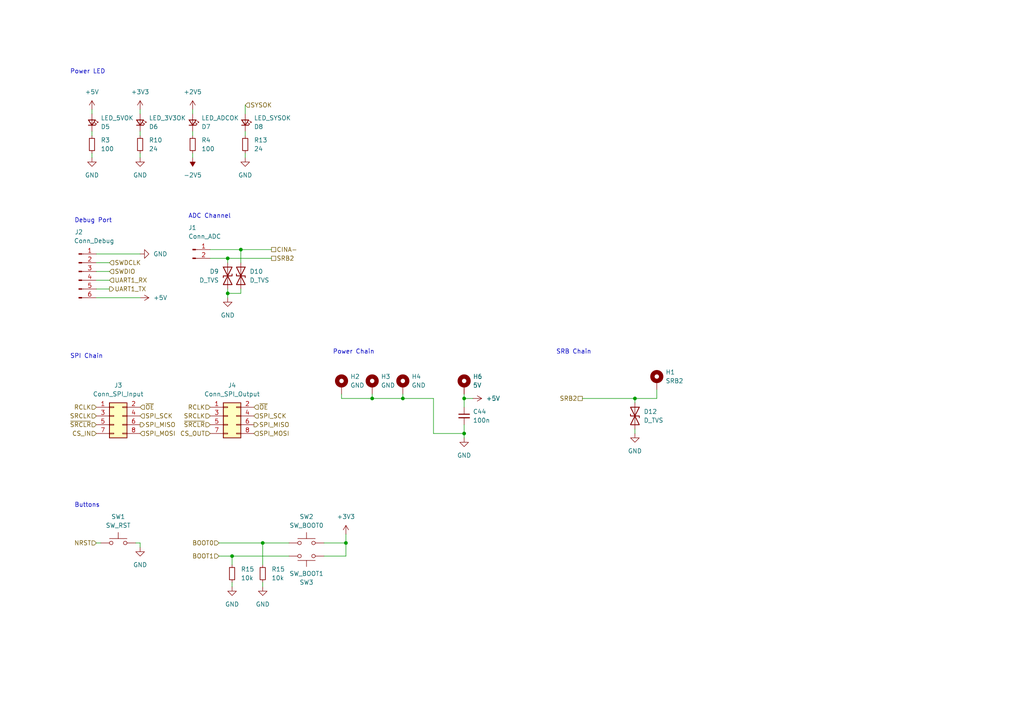
<source format=kicad_sch>
(kicad_sch (version 20230121) (generator eeschema)

  (uuid 7b2f7d6b-68ab-439b-a341-4e03c0479385)

  (paper "A4")

  (title_block
    (title "YEG Channel Board")
    (date "2024-02-07")
    (rev "1")
    (company "Yet Another AI Ltd.")
  )

  (lib_symbols
    (symbol "Connector:Conn_01x02_Pin" (pin_names (offset 1.016) hide) (in_bom yes) (on_board yes)
      (property "Reference" "J" (at 0 2.54 0)
        (effects (font (size 1.27 1.27)))
      )
      (property "Value" "Conn_01x02_Pin" (at 0 -5.08 0)
        (effects (font (size 1.27 1.27)))
      )
      (property "Footprint" "" (at 0 0 0)
        (effects (font (size 1.27 1.27)) hide)
      )
      (property "Datasheet" "~" (at 0 0 0)
        (effects (font (size 1.27 1.27)) hide)
      )
      (property "ki_locked" "" (at 0 0 0)
        (effects (font (size 1.27 1.27)))
      )
      (property "ki_keywords" "connector" (at 0 0 0)
        (effects (font (size 1.27 1.27)) hide)
      )
      (property "ki_description" "Generic connector, single row, 01x02, script generated" (at 0 0 0)
        (effects (font (size 1.27 1.27)) hide)
      )
      (property "ki_fp_filters" "Connector*:*_1x??_*" (at 0 0 0)
        (effects (font (size 1.27 1.27)) hide)
      )
      (symbol "Conn_01x02_Pin_1_1"
        (polyline
          (pts
            (xy 1.27 -2.54)
            (xy 0.8636 -2.54)
          )
          (stroke (width 0.1524) (type default))
          (fill (type none))
        )
        (polyline
          (pts
            (xy 1.27 0)
            (xy 0.8636 0)
          )
          (stroke (width 0.1524) (type default))
          (fill (type none))
        )
        (rectangle (start 0.8636 -2.413) (end 0 -2.667)
          (stroke (width 0.1524) (type default))
          (fill (type outline))
        )
        (rectangle (start 0.8636 0.127) (end 0 -0.127)
          (stroke (width 0.1524) (type default))
          (fill (type outline))
        )
        (pin passive line (at 5.08 0 180) (length 3.81)
          (name "Pin_1" (effects (font (size 1.27 1.27))))
          (number "1" (effects (font (size 1.27 1.27))))
        )
        (pin passive line (at 5.08 -2.54 180) (length 3.81)
          (name "Pin_2" (effects (font (size 1.27 1.27))))
          (number "2" (effects (font (size 1.27 1.27))))
        )
      )
    )
    (symbol "Connector:Conn_01x06_Pin" (pin_names (offset 1.016) hide) (in_bom yes) (on_board yes)
      (property "Reference" "J" (at 0 7.62 0)
        (effects (font (size 1.27 1.27)))
      )
      (property "Value" "Conn_01x06_Pin" (at 0 -10.16 0)
        (effects (font (size 1.27 1.27)))
      )
      (property "Footprint" "" (at 0 0 0)
        (effects (font (size 1.27 1.27)) hide)
      )
      (property "Datasheet" "~" (at 0 0 0)
        (effects (font (size 1.27 1.27)) hide)
      )
      (property "ki_locked" "" (at 0 0 0)
        (effects (font (size 1.27 1.27)))
      )
      (property "ki_keywords" "connector" (at 0 0 0)
        (effects (font (size 1.27 1.27)) hide)
      )
      (property "ki_description" "Generic connector, single row, 01x06, script generated" (at 0 0 0)
        (effects (font (size 1.27 1.27)) hide)
      )
      (property "ki_fp_filters" "Connector*:*_1x??_*" (at 0 0 0)
        (effects (font (size 1.27 1.27)) hide)
      )
      (symbol "Conn_01x06_Pin_1_1"
        (polyline
          (pts
            (xy 1.27 -7.62)
            (xy 0.8636 -7.62)
          )
          (stroke (width 0.1524) (type default))
          (fill (type none))
        )
        (polyline
          (pts
            (xy 1.27 -5.08)
            (xy 0.8636 -5.08)
          )
          (stroke (width 0.1524) (type default))
          (fill (type none))
        )
        (polyline
          (pts
            (xy 1.27 -2.54)
            (xy 0.8636 -2.54)
          )
          (stroke (width 0.1524) (type default))
          (fill (type none))
        )
        (polyline
          (pts
            (xy 1.27 0)
            (xy 0.8636 0)
          )
          (stroke (width 0.1524) (type default))
          (fill (type none))
        )
        (polyline
          (pts
            (xy 1.27 2.54)
            (xy 0.8636 2.54)
          )
          (stroke (width 0.1524) (type default))
          (fill (type none))
        )
        (polyline
          (pts
            (xy 1.27 5.08)
            (xy 0.8636 5.08)
          )
          (stroke (width 0.1524) (type default))
          (fill (type none))
        )
        (rectangle (start 0.8636 -7.493) (end 0 -7.747)
          (stroke (width 0.1524) (type default))
          (fill (type outline))
        )
        (rectangle (start 0.8636 -4.953) (end 0 -5.207)
          (stroke (width 0.1524) (type default))
          (fill (type outline))
        )
        (rectangle (start 0.8636 -2.413) (end 0 -2.667)
          (stroke (width 0.1524) (type default))
          (fill (type outline))
        )
        (rectangle (start 0.8636 0.127) (end 0 -0.127)
          (stroke (width 0.1524) (type default))
          (fill (type outline))
        )
        (rectangle (start 0.8636 2.667) (end 0 2.413)
          (stroke (width 0.1524) (type default))
          (fill (type outline))
        )
        (rectangle (start 0.8636 5.207) (end 0 4.953)
          (stroke (width 0.1524) (type default))
          (fill (type outline))
        )
        (pin passive line (at 5.08 5.08 180) (length 3.81)
          (name "Pin_1" (effects (font (size 1.27 1.27))))
          (number "1" (effects (font (size 1.27 1.27))))
        )
        (pin passive line (at 5.08 2.54 180) (length 3.81)
          (name "Pin_2" (effects (font (size 1.27 1.27))))
          (number "2" (effects (font (size 1.27 1.27))))
        )
        (pin passive line (at 5.08 0 180) (length 3.81)
          (name "Pin_3" (effects (font (size 1.27 1.27))))
          (number "3" (effects (font (size 1.27 1.27))))
        )
        (pin passive line (at 5.08 -2.54 180) (length 3.81)
          (name "Pin_4" (effects (font (size 1.27 1.27))))
          (number "4" (effects (font (size 1.27 1.27))))
        )
        (pin passive line (at 5.08 -5.08 180) (length 3.81)
          (name "Pin_5" (effects (font (size 1.27 1.27))))
          (number "5" (effects (font (size 1.27 1.27))))
        )
        (pin passive line (at 5.08 -7.62 180) (length 3.81)
          (name "Pin_6" (effects (font (size 1.27 1.27))))
          (number "6" (effects (font (size 1.27 1.27))))
        )
      )
    )
    (symbol "Connector_Generic:Conn_02x04_Odd_Even" (pin_names (offset 1.016) hide) (in_bom yes) (on_board yes)
      (property "Reference" "J" (at 1.27 5.08 0)
        (effects (font (size 1.27 1.27)))
      )
      (property "Value" "Conn_02x04_Odd_Even" (at 1.27 -7.62 0)
        (effects (font (size 1.27 1.27)))
      )
      (property "Footprint" "" (at 0 0 0)
        (effects (font (size 1.27 1.27)) hide)
      )
      (property "Datasheet" "~" (at 0 0 0)
        (effects (font (size 1.27 1.27)) hide)
      )
      (property "ki_keywords" "connector" (at 0 0 0)
        (effects (font (size 1.27 1.27)) hide)
      )
      (property "ki_description" "Generic connector, double row, 02x04, odd/even pin numbering scheme (row 1 odd numbers, row 2 even numbers), script generated (kicad-library-utils/schlib/autogen/connector/)" (at 0 0 0)
        (effects (font (size 1.27 1.27)) hide)
      )
      (property "ki_fp_filters" "Connector*:*_2x??_*" (at 0 0 0)
        (effects (font (size 1.27 1.27)) hide)
      )
      (symbol "Conn_02x04_Odd_Even_1_1"
        (rectangle (start -1.27 -4.953) (end 0 -5.207)
          (stroke (width 0.1524) (type default))
          (fill (type none))
        )
        (rectangle (start -1.27 -2.413) (end 0 -2.667)
          (stroke (width 0.1524) (type default))
          (fill (type none))
        )
        (rectangle (start -1.27 0.127) (end 0 -0.127)
          (stroke (width 0.1524) (type default))
          (fill (type none))
        )
        (rectangle (start -1.27 2.667) (end 0 2.413)
          (stroke (width 0.1524) (type default))
          (fill (type none))
        )
        (rectangle (start -1.27 3.81) (end 3.81 -6.35)
          (stroke (width 0.254) (type default))
          (fill (type background))
        )
        (rectangle (start 3.81 -4.953) (end 2.54 -5.207)
          (stroke (width 0.1524) (type default))
          (fill (type none))
        )
        (rectangle (start 3.81 -2.413) (end 2.54 -2.667)
          (stroke (width 0.1524) (type default))
          (fill (type none))
        )
        (rectangle (start 3.81 0.127) (end 2.54 -0.127)
          (stroke (width 0.1524) (type default))
          (fill (type none))
        )
        (rectangle (start 3.81 2.667) (end 2.54 2.413)
          (stroke (width 0.1524) (type default))
          (fill (type none))
        )
        (pin passive line (at -5.08 2.54 0) (length 3.81)
          (name "Pin_1" (effects (font (size 1.27 1.27))))
          (number "1" (effects (font (size 1.27 1.27))))
        )
        (pin passive line (at 7.62 2.54 180) (length 3.81)
          (name "Pin_2" (effects (font (size 1.27 1.27))))
          (number "2" (effects (font (size 1.27 1.27))))
        )
        (pin passive line (at -5.08 0 0) (length 3.81)
          (name "Pin_3" (effects (font (size 1.27 1.27))))
          (number "3" (effects (font (size 1.27 1.27))))
        )
        (pin passive line (at 7.62 0 180) (length 3.81)
          (name "Pin_4" (effects (font (size 1.27 1.27))))
          (number "4" (effects (font (size 1.27 1.27))))
        )
        (pin passive line (at -5.08 -2.54 0) (length 3.81)
          (name "Pin_5" (effects (font (size 1.27 1.27))))
          (number "5" (effects (font (size 1.27 1.27))))
        )
        (pin passive line (at 7.62 -2.54 180) (length 3.81)
          (name "Pin_6" (effects (font (size 1.27 1.27))))
          (number "6" (effects (font (size 1.27 1.27))))
        )
        (pin passive line (at -5.08 -5.08 0) (length 3.81)
          (name "Pin_7" (effects (font (size 1.27 1.27))))
          (number "7" (effects (font (size 1.27 1.27))))
        )
        (pin passive line (at 7.62 -5.08 180) (length 3.81)
          (name "Pin_8" (effects (font (size 1.27 1.27))))
          (number "8" (effects (font (size 1.27 1.27))))
        )
      )
    )
    (symbol "Device:C_Small" (pin_numbers hide) (pin_names (offset 0.254) hide) (in_bom yes) (on_board yes)
      (property "Reference" "C" (at 0.254 1.778 0)
        (effects (font (size 1.27 1.27)) (justify left))
      )
      (property "Value" "C_Small" (at 0.254 -2.032 0)
        (effects (font (size 1.27 1.27)) (justify left))
      )
      (property "Footprint" "" (at 0 0 0)
        (effects (font (size 1.27 1.27)) hide)
      )
      (property "Datasheet" "~" (at 0 0 0)
        (effects (font (size 1.27 1.27)) hide)
      )
      (property "ki_keywords" "capacitor cap" (at 0 0 0)
        (effects (font (size 1.27 1.27)) hide)
      )
      (property "ki_description" "Unpolarized capacitor, small symbol" (at 0 0 0)
        (effects (font (size 1.27 1.27)) hide)
      )
      (property "ki_fp_filters" "C_*" (at 0 0 0)
        (effects (font (size 1.27 1.27)) hide)
      )
      (symbol "C_Small_0_1"
        (polyline
          (pts
            (xy -1.524 -0.508)
            (xy 1.524 -0.508)
          )
          (stroke (width 0.3302) (type default))
          (fill (type none))
        )
        (polyline
          (pts
            (xy -1.524 0.508)
            (xy 1.524 0.508)
          )
          (stroke (width 0.3048) (type default))
          (fill (type none))
        )
      )
      (symbol "C_Small_1_1"
        (pin passive line (at 0 2.54 270) (length 2.032)
          (name "~" (effects (font (size 1.27 1.27))))
          (number "1" (effects (font (size 1.27 1.27))))
        )
        (pin passive line (at 0 -2.54 90) (length 2.032)
          (name "~" (effects (font (size 1.27 1.27))))
          (number "2" (effects (font (size 1.27 1.27))))
        )
      )
    )
    (symbol "Device:D_TVS" (pin_numbers hide) (pin_names (offset 1.016) hide) (in_bom yes) (on_board yes)
      (property "Reference" "D" (at 0 2.54 0)
        (effects (font (size 1.27 1.27)))
      )
      (property "Value" "D_TVS" (at 0 -2.54 0)
        (effects (font (size 1.27 1.27)))
      )
      (property "Footprint" "" (at 0 0 0)
        (effects (font (size 1.27 1.27)) hide)
      )
      (property "Datasheet" "~" (at 0 0 0)
        (effects (font (size 1.27 1.27)) hide)
      )
      (property "ki_keywords" "diode TVS thyrector" (at 0 0 0)
        (effects (font (size 1.27 1.27)) hide)
      )
      (property "ki_description" "Bidirectional transient-voltage-suppression diode" (at 0 0 0)
        (effects (font (size 1.27 1.27)) hide)
      )
      (property "ki_fp_filters" "TO-???* *_Diode_* *SingleDiode* D_*" (at 0 0 0)
        (effects (font (size 1.27 1.27)) hide)
      )
      (symbol "D_TVS_0_1"
        (polyline
          (pts
            (xy 1.27 0)
            (xy -1.27 0)
          )
          (stroke (width 0) (type default))
          (fill (type none))
        )
        (polyline
          (pts
            (xy 0.508 1.27)
            (xy 0 1.27)
            (xy 0 -1.27)
            (xy -0.508 -1.27)
          )
          (stroke (width 0.254) (type default))
          (fill (type none))
        )
        (polyline
          (pts
            (xy -2.54 1.27)
            (xy -2.54 -1.27)
            (xy 2.54 1.27)
            (xy 2.54 -1.27)
            (xy -2.54 1.27)
          )
          (stroke (width 0.254) (type default))
          (fill (type none))
        )
      )
      (symbol "D_TVS_1_1"
        (pin passive line (at -3.81 0 0) (length 2.54)
          (name "A1" (effects (font (size 1.27 1.27))))
          (number "1" (effects (font (size 1.27 1.27))))
        )
        (pin passive line (at 3.81 0 180) (length 2.54)
          (name "A2" (effects (font (size 1.27 1.27))))
          (number "2" (effects (font (size 1.27 1.27))))
        )
      )
    )
    (symbol "Device:LED_Small" (pin_numbers hide) (pin_names (offset 0.254) hide) (in_bom yes) (on_board yes)
      (property "Reference" "D" (at -1.27 3.175 0)
        (effects (font (size 1.27 1.27)) (justify left))
      )
      (property "Value" "LED_Small" (at -4.445 -2.54 0)
        (effects (font (size 1.27 1.27)) (justify left))
      )
      (property "Footprint" "" (at 0 0 90)
        (effects (font (size 1.27 1.27)) hide)
      )
      (property "Datasheet" "~" (at 0 0 90)
        (effects (font (size 1.27 1.27)) hide)
      )
      (property "ki_keywords" "LED diode light-emitting-diode" (at 0 0 0)
        (effects (font (size 1.27 1.27)) hide)
      )
      (property "ki_description" "Light emitting diode, small symbol" (at 0 0 0)
        (effects (font (size 1.27 1.27)) hide)
      )
      (property "ki_fp_filters" "LED* LED_SMD:* LED_THT:*" (at 0 0 0)
        (effects (font (size 1.27 1.27)) hide)
      )
      (symbol "LED_Small_0_1"
        (polyline
          (pts
            (xy -0.762 -1.016)
            (xy -0.762 1.016)
          )
          (stroke (width 0.254) (type default))
          (fill (type none))
        )
        (polyline
          (pts
            (xy 1.016 0)
            (xy -0.762 0)
          )
          (stroke (width 0) (type default))
          (fill (type none))
        )
        (polyline
          (pts
            (xy 0.762 -1.016)
            (xy -0.762 0)
            (xy 0.762 1.016)
            (xy 0.762 -1.016)
          )
          (stroke (width 0.254) (type default))
          (fill (type none))
        )
        (polyline
          (pts
            (xy 0 0.762)
            (xy -0.508 1.27)
            (xy -0.254 1.27)
            (xy -0.508 1.27)
            (xy -0.508 1.016)
          )
          (stroke (width 0) (type default))
          (fill (type none))
        )
        (polyline
          (pts
            (xy 0.508 1.27)
            (xy 0 1.778)
            (xy 0.254 1.778)
            (xy 0 1.778)
            (xy 0 1.524)
          )
          (stroke (width 0) (type default))
          (fill (type none))
        )
      )
      (symbol "LED_Small_1_1"
        (pin passive line (at -2.54 0 0) (length 1.778)
          (name "K" (effects (font (size 1.27 1.27))))
          (number "1" (effects (font (size 1.27 1.27))))
        )
        (pin passive line (at 2.54 0 180) (length 1.778)
          (name "A" (effects (font (size 1.27 1.27))))
          (number "2" (effects (font (size 1.27 1.27))))
        )
      )
    )
    (symbol "Device:R_Small" (pin_numbers hide) (pin_names (offset 0.254) hide) (in_bom yes) (on_board yes)
      (property "Reference" "R" (at 0.762 0.508 0)
        (effects (font (size 1.27 1.27)) (justify left))
      )
      (property "Value" "R_Small" (at 0.762 -1.016 0)
        (effects (font (size 1.27 1.27)) (justify left))
      )
      (property "Footprint" "" (at 0 0 0)
        (effects (font (size 1.27 1.27)) hide)
      )
      (property "Datasheet" "~" (at 0 0 0)
        (effects (font (size 1.27 1.27)) hide)
      )
      (property "ki_keywords" "R resistor" (at 0 0 0)
        (effects (font (size 1.27 1.27)) hide)
      )
      (property "ki_description" "Resistor, small symbol" (at 0 0 0)
        (effects (font (size 1.27 1.27)) hide)
      )
      (property "ki_fp_filters" "R_*" (at 0 0 0)
        (effects (font (size 1.27 1.27)) hide)
      )
      (symbol "R_Small_0_1"
        (rectangle (start -0.762 1.778) (end 0.762 -1.778)
          (stroke (width 0.2032) (type default))
          (fill (type none))
        )
      )
      (symbol "R_Small_1_1"
        (pin passive line (at 0 2.54 270) (length 0.762)
          (name "~" (effects (font (size 1.27 1.27))))
          (number "1" (effects (font (size 1.27 1.27))))
        )
        (pin passive line (at 0 -2.54 90) (length 0.762)
          (name "~" (effects (font (size 1.27 1.27))))
          (number "2" (effects (font (size 1.27 1.27))))
        )
      )
    )
    (symbol "Mechanical:MountingHole_Pad" (pin_numbers hide) (pin_names (offset 1.016) hide) (in_bom yes) (on_board yes)
      (property "Reference" "H" (at 0 6.35 0)
        (effects (font (size 1.27 1.27)))
      )
      (property "Value" "MountingHole_Pad" (at 0 4.445 0)
        (effects (font (size 1.27 1.27)))
      )
      (property "Footprint" "" (at 0 0 0)
        (effects (font (size 1.27 1.27)) hide)
      )
      (property "Datasheet" "~" (at 0 0 0)
        (effects (font (size 1.27 1.27)) hide)
      )
      (property "ki_keywords" "mounting hole" (at 0 0 0)
        (effects (font (size 1.27 1.27)) hide)
      )
      (property "ki_description" "Mounting Hole with connection" (at 0 0 0)
        (effects (font (size 1.27 1.27)) hide)
      )
      (property "ki_fp_filters" "MountingHole*Pad*" (at 0 0 0)
        (effects (font (size 1.27 1.27)) hide)
      )
      (symbol "MountingHole_Pad_0_1"
        (circle (center 0 1.27) (radius 1.27)
          (stroke (width 1.27) (type default))
          (fill (type none))
        )
      )
      (symbol "MountingHole_Pad_1_1"
        (pin input line (at 0 -2.54 90) (length 2.54)
          (name "1" (effects (font (size 1.27 1.27))))
          (number "1" (effects (font (size 1.27 1.27))))
        )
      )
    )
    (symbol "Switch:SW_Push" (pin_numbers hide) (pin_names (offset 1.016) hide) (in_bom yes) (on_board yes)
      (property "Reference" "SW" (at 1.27 2.54 0)
        (effects (font (size 1.27 1.27)) (justify left))
      )
      (property "Value" "SW_Push" (at 0 -1.524 0)
        (effects (font (size 1.27 1.27)))
      )
      (property "Footprint" "" (at 0 5.08 0)
        (effects (font (size 1.27 1.27)) hide)
      )
      (property "Datasheet" "~" (at 0 5.08 0)
        (effects (font (size 1.27 1.27)) hide)
      )
      (property "ki_keywords" "switch normally-open pushbutton push-button" (at 0 0 0)
        (effects (font (size 1.27 1.27)) hide)
      )
      (property "ki_description" "Push button switch, generic, two pins" (at 0 0 0)
        (effects (font (size 1.27 1.27)) hide)
      )
      (symbol "SW_Push_0_1"
        (circle (center -2.032 0) (radius 0.508)
          (stroke (width 0) (type default))
          (fill (type none))
        )
        (polyline
          (pts
            (xy 0 1.27)
            (xy 0 3.048)
          )
          (stroke (width 0) (type default))
          (fill (type none))
        )
        (polyline
          (pts
            (xy 2.54 1.27)
            (xy -2.54 1.27)
          )
          (stroke (width 0) (type default))
          (fill (type none))
        )
        (circle (center 2.032 0) (radius 0.508)
          (stroke (width 0) (type default))
          (fill (type none))
        )
        (pin passive line (at -5.08 0 0) (length 2.54)
          (name "1" (effects (font (size 1.27 1.27))))
          (number "1" (effects (font (size 1.27 1.27))))
        )
        (pin passive line (at 5.08 0 180) (length 2.54)
          (name "2" (effects (font (size 1.27 1.27))))
          (number "2" (effects (font (size 1.27 1.27))))
        )
      )
    )
    (symbol "power:+2V5" (power) (pin_names (offset 0)) (in_bom yes) (on_board yes)
      (property "Reference" "#PWR" (at 0 -3.81 0)
        (effects (font (size 1.27 1.27)) hide)
      )
      (property "Value" "+2V5" (at 0 3.556 0)
        (effects (font (size 1.27 1.27)))
      )
      (property "Footprint" "" (at 0 0 0)
        (effects (font (size 1.27 1.27)) hide)
      )
      (property "Datasheet" "" (at 0 0 0)
        (effects (font (size 1.27 1.27)) hide)
      )
      (property "ki_keywords" "global power" (at 0 0 0)
        (effects (font (size 1.27 1.27)) hide)
      )
      (property "ki_description" "Power symbol creates a global label with name \"+2V5\"" (at 0 0 0)
        (effects (font (size 1.27 1.27)) hide)
      )
      (symbol "+2V5_0_1"
        (polyline
          (pts
            (xy -0.762 1.27)
            (xy 0 2.54)
          )
          (stroke (width 0) (type default))
          (fill (type none))
        )
        (polyline
          (pts
            (xy 0 0)
            (xy 0 2.54)
          )
          (stroke (width 0) (type default))
          (fill (type none))
        )
        (polyline
          (pts
            (xy 0 2.54)
            (xy 0.762 1.27)
          )
          (stroke (width 0) (type default))
          (fill (type none))
        )
      )
      (symbol "+2V5_1_1"
        (pin power_in line (at 0 0 90) (length 0) hide
          (name "+2V5" (effects (font (size 1.27 1.27))))
          (number "1" (effects (font (size 1.27 1.27))))
        )
      )
    )
    (symbol "power:+3V3" (power) (pin_names (offset 0)) (in_bom yes) (on_board yes)
      (property "Reference" "#PWR" (at 0 -3.81 0)
        (effects (font (size 1.27 1.27)) hide)
      )
      (property "Value" "+3V3" (at 0 3.556 0)
        (effects (font (size 1.27 1.27)))
      )
      (property "Footprint" "" (at 0 0 0)
        (effects (font (size 1.27 1.27)) hide)
      )
      (property "Datasheet" "" (at 0 0 0)
        (effects (font (size 1.27 1.27)) hide)
      )
      (property "ki_keywords" "global power" (at 0 0 0)
        (effects (font (size 1.27 1.27)) hide)
      )
      (property "ki_description" "Power symbol creates a global label with name \"+3V3\"" (at 0 0 0)
        (effects (font (size 1.27 1.27)) hide)
      )
      (symbol "+3V3_0_1"
        (polyline
          (pts
            (xy -0.762 1.27)
            (xy 0 2.54)
          )
          (stroke (width 0) (type default))
          (fill (type none))
        )
        (polyline
          (pts
            (xy 0 0)
            (xy 0 2.54)
          )
          (stroke (width 0) (type default))
          (fill (type none))
        )
        (polyline
          (pts
            (xy 0 2.54)
            (xy 0.762 1.27)
          )
          (stroke (width 0) (type default))
          (fill (type none))
        )
      )
      (symbol "+3V3_1_1"
        (pin power_in line (at 0 0 90) (length 0) hide
          (name "+3V3" (effects (font (size 1.27 1.27))))
          (number "1" (effects (font (size 1.27 1.27))))
        )
      )
    )
    (symbol "power:+5V" (power) (pin_names (offset 0)) (in_bom yes) (on_board yes)
      (property "Reference" "#PWR" (at 0 -3.81 0)
        (effects (font (size 1.27 1.27)) hide)
      )
      (property "Value" "+5V" (at 0 3.556 0)
        (effects (font (size 1.27 1.27)))
      )
      (property "Footprint" "" (at 0 0 0)
        (effects (font (size 1.27 1.27)) hide)
      )
      (property "Datasheet" "" (at 0 0 0)
        (effects (font (size 1.27 1.27)) hide)
      )
      (property "ki_keywords" "global power" (at 0 0 0)
        (effects (font (size 1.27 1.27)) hide)
      )
      (property "ki_description" "Power symbol creates a global label with name \"+5V\"" (at 0 0 0)
        (effects (font (size 1.27 1.27)) hide)
      )
      (symbol "+5V_0_1"
        (polyline
          (pts
            (xy -0.762 1.27)
            (xy 0 2.54)
          )
          (stroke (width 0) (type default))
          (fill (type none))
        )
        (polyline
          (pts
            (xy 0 0)
            (xy 0 2.54)
          )
          (stroke (width 0) (type default))
          (fill (type none))
        )
        (polyline
          (pts
            (xy 0 2.54)
            (xy 0.762 1.27)
          )
          (stroke (width 0) (type default))
          (fill (type none))
        )
      )
      (symbol "+5V_1_1"
        (pin power_in line (at 0 0 90) (length 0) hide
          (name "+5V" (effects (font (size 1.27 1.27))))
          (number "1" (effects (font (size 1.27 1.27))))
        )
      )
    )
    (symbol "power:-2V5" (power) (pin_names (offset 0)) (in_bom yes) (on_board yes)
      (property "Reference" "#PWR" (at 0 2.54 0)
        (effects (font (size 1.27 1.27)) hide)
      )
      (property "Value" "-2V5" (at 0 3.81 0)
        (effects (font (size 1.27 1.27)))
      )
      (property "Footprint" "" (at 0 0 0)
        (effects (font (size 1.27 1.27)) hide)
      )
      (property "Datasheet" "" (at 0 0 0)
        (effects (font (size 1.27 1.27)) hide)
      )
      (property "ki_keywords" "global power" (at 0 0 0)
        (effects (font (size 1.27 1.27)) hide)
      )
      (property "ki_description" "Power symbol creates a global label with name \"-2V5\"" (at 0 0 0)
        (effects (font (size 1.27 1.27)) hide)
      )
      (symbol "-2V5_0_0"
        (pin power_in line (at 0 0 90) (length 0) hide
          (name "-2V5" (effects (font (size 1.27 1.27))))
          (number "1" (effects (font (size 1.27 1.27))))
        )
      )
      (symbol "-2V5_0_1"
        (polyline
          (pts
            (xy 0 0)
            (xy 0 1.27)
            (xy 0.762 1.27)
            (xy 0 2.54)
            (xy -0.762 1.27)
            (xy 0 1.27)
          )
          (stroke (width 0) (type default))
          (fill (type outline))
        )
      )
    )
    (symbol "power:GND" (power) (pin_names (offset 0)) (in_bom yes) (on_board yes)
      (property "Reference" "#PWR" (at 0 -6.35 0)
        (effects (font (size 1.27 1.27)) hide)
      )
      (property "Value" "GND" (at 0 -3.81 0)
        (effects (font (size 1.27 1.27)))
      )
      (property "Footprint" "" (at 0 0 0)
        (effects (font (size 1.27 1.27)) hide)
      )
      (property "Datasheet" "" (at 0 0 0)
        (effects (font (size 1.27 1.27)) hide)
      )
      (property "ki_keywords" "global power" (at 0 0 0)
        (effects (font (size 1.27 1.27)) hide)
      )
      (property "ki_description" "Power symbol creates a global label with name \"GND\" , ground" (at 0 0 0)
        (effects (font (size 1.27 1.27)) hide)
      )
      (symbol "GND_0_1"
        (polyline
          (pts
            (xy 0 0)
            (xy 0 -1.27)
            (xy 1.27 -1.27)
            (xy 0 -2.54)
            (xy -1.27 -1.27)
            (xy 0 -1.27)
          )
          (stroke (width 0) (type default))
          (fill (type none))
        )
      )
      (symbol "GND_1_1"
        (pin power_in line (at 0 0 270) (length 0) hide
          (name "GND" (effects (font (size 1.27 1.27))))
          (number "1" (effects (font (size 1.27 1.27))))
        )
      )
    )
  )

  (junction (at 69.85 72.39) (diameter 0) (color 0 0 0 0)
    (uuid 2d33157e-91e8-4663-9366-df49b58f898e)
  )
  (junction (at 134.62 115.57) (diameter 0) (color 0 0 0 0)
    (uuid 2e18213f-7baf-4cd8-bca6-f051707924b9)
  )
  (junction (at 76.2 157.48) (diameter 0) (color 0 0 0 0)
    (uuid 31b491c4-1aa2-470d-99a0-5c269987528a)
  )
  (junction (at 134.62 125.73) (diameter 0) (color 0 0 0 0)
    (uuid 70bee236-b4e9-4624-9641-c2713910839e)
  )
  (junction (at 184.15 115.57) (diameter 0) (color 0 0 0 0)
    (uuid 8d5283c3-9fed-490a-9d61-f27f7320a35e)
  )
  (junction (at 100.33 157.48) (diameter 0) (color 0 0 0 0)
    (uuid aa4bfc57-c27d-4010-a4b4-3f903bb1eb7a)
  )
  (junction (at 116.84 115.57) (diameter 0) (color 0 0 0 0)
    (uuid b76c134b-025a-4a36-b15e-7f2557a0e488)
  )
  (junction (at 107.95 115.57) (diameter 0) (color 0 0 0 0)
    (uuid be0d3e9e-91d4-4357-90df-fb7e7835e848)
  )
  (junction (at 66.04 85.09) (diameter 0) (color 0 0 0 0)
    (uuid d491cea7-1c1a-43b9-bf44-9447ca3740ed)
  )
  (junction (at 66.04 74.93) (diameter 0) (color 0 0 0 0)
    (uuid d6e759f8-37db-49ae-9362-05af42b6c7ed)
  )
  (junction (at 67.31 161.29) (diameter 0) (color 0 0 0 0)
    (uuid f097ff05-c63b-44b8-aa3d-cb6c118caaf5)
  )

  (wire (pts (xy 76.2 157.48) (xy 83.82 157.48))
    (stroke (width 0) (type default))
    (uuid 0c49e093-fe8a-44e4-82f5-babb907ed510)
  )
  (wire (pts (xy 27.94 157.48) (xy 29.21 157.48))
    (stroke (width 0) (type default))
    (uuid 1183a326-8f3b-4c8d-95f4-b814728f7df9)
  )
  (wire (pts (xy 39.37 157.48) (xy 40.64 157.48))
    (stroke (width 0) (type default))
    (uuid 1682dcee-2e87-4651-9899-8ca02b2a7977)
  )
  (wire (pts (xy 66.04 85.09) (xy 66.04 86.36))
    (stroke (width 0) (type default))
    (uuid 174f4e25-7ad3-4a4c-ad1d-97c99f8dcf75)
  )
  (wire (pts (xy 40.64 44.45) (xy 40.64 45.72))
    (stroke (width 0) (type default))
    (uuid 1752dd5a-e506-4285-8373-ae98dbec07e9)
  )
  (wire (pts (xy 26.67 31.75) (xy 26.67 33.02))
    (stroke (width 0) (type default))
    (uuid 18043877-9194-4e95-a705-c6b236edcec9)
  )
  (wire (pts (xy 27.94 78.74) (xy 31.75 78.74))
    (stroke (width 0) (type default))
    (uuid 1812bc9b-86c6-4d18-8e54-39f1bc6b4815)
  )
  (wire (pts (xy 134.62 125.73) (xy 134.62 127))
    (stroke (width 0) (type default))
    (uuid 185ad630-0c10-4829-9cf8-bb29fa7a049a)
  )
  (wire (pts (xy 66.04 83.82) (xy 66.04 85.09))
    (stroke (width 0) (type default))
    (uuid 18b2de07-647a-42c4-87e7-11c2e0d6aec6)
  )
  (wire (pts (xy 184.15 115.57) (xy 190.5 115.57))
    (stroke (width 0) (type default))
    (uuid 1d554a51-cb40-45ea-bffe-578856833d05)
  )
  (wire (pts (xy 69.85 85.09) (xy 66.04 85.09))
    (stroke (width 0) (type default))
    (uuid 203d25ff-c20f-4811-b770-633a6994d588)
  )
  (wire (pts (xy 71.12 38.1) (xy 71.12 39.37))
    (stroke (width 0) (type default))
    (uuid 21ecd5d1-85f7-4752-b9bb-197cb0857b1d)
  )
  (wire (pts (xy 67.31 161.29) (xy 83.82 161.29))
    (stroke (width 0) (type default))
    (uuid 25281974-30a0-4b8e-abf9-6807244c3096)
  )
  (wire (pts (xy 27.94 73.66) (xy 40.64 73.66))
    (stroke (width 0) (type default))
    (uuid 2784abc6-e0d6-4170-9002-31c68c7273bc)
  )
  (wire (pts (xy 184.15 124.46) (xy 184.15 125.73))
    (stroke (width 0) (type default))
    (uuid 293eb870-cb43-4344-84a4-e58aac3f9abf)
  )
  (wire (pts (xy 60.96 72.39) (xy 69.85 72.39))
    (stroke (width 0) (type default))
    (uuid 3082b135-1475-4e6b-8f0e-355bc4914077)
  )
  (wire (pts (xy 55.88 31.75) (xy 55.88 33.02))
    (stroke (width 0) (type default))
    (uuid 321a32b8-d451-413e-b470-df82ce27769e)
  )
  (wire (pts (xy 93.98 161.29) (xy 100.33 161.29))
    (stroke (width 0) (type default))
    (uuid 38f1b1b4-cda7-4237-94d8-3c8342b23fc6)
  )
  (wire (pts (xy 116.84 114.3) (xy 116.84 115.57))
    (stroke (width 0) (type default))
    (uuid 391bf672-9c46-4c63-bcd9-a9b28ef7dc6a)
  )
  (wire (pts (xy 60.96 74.93) (xy 66.04 74.93))
    (stroke (width 0) (type default))
    (uuid 3f7f1519-813d-4e14-a179-b023606814b5)
  )
  (wire (pts (xy 27.94 76.2) (xy 31.75 76.2))
    (stroke (width 0) (type default))
    (uuid 4215f408-91a5-4f74-9018-555b723c7d4c)
  )
  (wire (pts (xy 134.62 115.57) (xy 134.62 118.11))
    (stroke (width 0) (type default))
    (uuid 42e8d9ea-3432-4bf3-9f8d-e10d59597fc6)
  )
  (wire (pts (xy 93.98 157.48) (xy 100.33 157.48))
    (stroke (width 0) (type default))
    (uuid 49102aa1-548e-4609-94e2-444b376e605a)
  )
  (wire (pts (xy 69.85 72.39) (xy 69.85 76.2))
    (stroke (width 0) (type default))
    (uuid 4c496c55-eabb-4ed4-818f-b410943b4ccb)
  )
  (wire (pts (xy 100.33 157.48) (xy 100.33 154.94))
    (stroke (width 0) (type default))
    (uuid 4d5583d7-1594-4620-b8e4-0788811ecb58)
  )
  (wire (pts (xy 190.5 115.57) (xy 190.5 113.03))
    (stroke (width 0) (type default))
    (uuid 5395b10e-cb5c-4df8-9594-643c3f9b73fe)
  )
  (wire (pts (xy 107.95 115.57) (xy 116.84 115.57))
    (stroke (width 0) (type default))
    (uuid 55951fbe-6f61-448e-b169-705586762245)
  )
  (wire (pts (xy 107.95 114.3) (xy 107.95 115.57))
    (stroke (width 0) (type default))
    (uuid 57188037-2d73-440b-82bc-0e499ed935e5)
  )
  (wire (pts (xy 71.12 44.45) (xy 71.12 45.72))
    (stroke (width 0) (type default))
    (uuid 589fcd29-0f09-4a9c-9722-4d7693ffcb65)
  )
  (wire (pts (xy 26.67 38.1) (xy 26.67 39.37))
    (stroke (width 0) (type default))
    (uuid 5ea9b319-5caf-4e2b-9646-8d691b81e196)
  )
  (wire (pts (xy 71.12 30.48) (xy 71.12 33.02))
    (stroke (width 0) (type default))
    (uuid 5f36ce18-60c1-4e32-b76f-f54e9bb57c75)
  )
  (wire (pts (xy 76.2 157.48) (xy 76.2 163.83))
    (stroke (width 0) (type default))
    (uuid 61c48681-40e3-4fcf-97c7-723ef9bf4efd)
  )
  (wire (pts (xy 76.2 168.91) (xy 76.2 170.18))
    (stroke (width 0) (type default))
    (uuid 68436a68-1a44-472d-8d1a-1dfe75b42a96)
  )
  (wire (pts (xy 125.73 115.57) (xy 125.73 125.73))
    (stroke (width 0) (type default))
    (uuid 7043e59a-aa43-4582-934c-4a1032aee75b)
  )
  (wire (pts (xy 99.06 115.57) (xy 107.95 115.57))
    (stroke (width 0) (type default))
    (uuid 752f0546-4e3e-47c3-823e-75ca01947bce)
  )
  (wire (pts (xy 99.06 114.3) (xy 99.06 115.57))
    (stroke (width 0) (type default))
    (uuid 7813423e-783c-4398-8f7a-3fa34757ff02)
  )
  (wire (pts (xy 69.85 83.82) (xy 69.85 85.09))
    (stroke (width 0) (type default))
    (uuid 7e66081e-8378-494b-bc96-e1a0b51a4208)
  )
  (wire (pts (xy 100.33 161.29) (xy 100.33 157.48))
    (stroke (width 0) (type default))
    (uuid 7ecc2a3c-7d4f-4841-9cfc-015dce6ec466)
  )
  (wire (pts (xy 40.64 31.75) (xy 40.64 33.02))
    (stroke (width 0) (type default))
    (uuid 81594c23-8223-4b9c-9e9d-f0258619b5fd)
  )
  (wire (pts (xy 69.85 72.39) (xy 78.74 72.39))
    (stroke (width 0) (type default))
    (uuid 81650118-224c-4e20-b2ff-111bbd8e0099)
  )
  (wire (pts (xy 55.88 44.45) (xy 55.88 45.72))
    (stroke (width 0) (type default))
    (uuid 84d263fe-a216-4a79-9065-8b0b70968a84)
  )
  (wire (pts (xy 66.04 74.93) (xy 66.04 76.2))
    (stroke (width 0) (type default))
    (uuid 8c3230ff-c9ff-4c36-8807-d1856187c7df)
  )
  (wire (pts (xy 31.75 81.28) (xy 27.94 81.28))
    (stroke (width 0) (type default))
    (uuid 8f9ddb77-8172-4030-bef9-0c9cd61c378f)
  )
  (wire (pts (xy 67.31 168.91) (xy 67.31 170.18))
    (stroke (width 0) (type default))
    (uuid 9066fbcf-89c3-4435-8cef-84c55cf4b2e9)
  )
  (wire (pts (xy 66.04 74.93) (xy 78.74 74.93))
    (stroke (width 0) (type default))
    (uuid 95f99035-5f39-4a02-a345-cbcfff070b0d)
  )
  (wire (pts (xy 168.91 115.57) (xy 184.15 115.57))
    (stroke (width 0) (type default))
    (uuid 9c2b4779-ad63-4b7c-852b-796a8534c3a7)
  )
  (wire (pts (xy 134.62 123.19) (xy 134.62 125.73))
    (stroke (width 0) (type default))
    (uuid 9c890cd5-88df-4873-ac7e-af8924ce84e4)
  )
  (wire (pts (xy 55.88 38.1) (xy 55.88 39.37))
    (stroke (width 0) (type default))
    (uuid a22b466d-f784-4e57-a99d-cda67e129cc1)
  )
  (wire (pts (xy 63.5 161.29) (xy 67.31 161.29))
    (stroke (width 0) (type default))
    (uuid a612516d-0180-4edf-a3bd-f4305a5da40e)
  )
  (wire (pts (xy 40.64 38.1) (xy 40.64 39.37))
    (stroke (width 0) (type default))
    (uuid a7fd1fc5-9e4d-49f7-ab64-512c6e8cd5f4)
  )
  (wire (pts (xy 134.62 115.57) (xy 137.16 115.57))
    (stroke (width 0) (type default))
    (uuid a8dabcb0-932a-4d76-a308-aefbb16fef11)
  )
  (wire (pts (xy 184.15 115.57) (xy 184.15 116.84))
    (stroke (width 0) (type default))
    (uuid a9832209-edfd-460c-88ce-1e662f3f2e53)
  )
  (wire (pts (xy 134.62 114.3) (xy 134.62 115.57))
    (stroke (width 0) (type default))
    (uuid b7c4f6b1-6c34-4b97-ac90-2525d27cd7f8)
  )
  (wire (pts (xy 116.84 115.57) (xy 125.73 115.57))
    (stroke (width 0) (type default))
    (uuid c19025f1-0d16-402c-8212-b078e6434e80)
  )
  (wire (pts (xy 63.5 157.48) (xy 76.2 157.48))
    (stroke (width 0) (type default))
    (uuid c59cf763-759d-4842-93c6-d159d24daadf)
  )
  (wire (pts (xy 27.94 86.36) (xy 40.64 86.36))
    (stroke (width 0) (type default))
    (uuid cc59e90c-4e16-450f-917c-8e057f539151)
  )
  (wire (pts (xy 26.67 44.45) (xy 26.67 45.72))
    (stroke (width 0) (type default))
    (uuid d5bfc558-6c54-4460-8a4d-110df8bbdc96)
  )
  (wire (pts (xy 40.64 157.48) (xy 40.64 158.75))
    (stroke (width 0) (type default))
    (uuid d74b7408-e30c-40b6-ad09-49c8ad6ce095)
  )
  (wire (pts (xy 67.31 161.29) (xy 67.31 163.83))
    (stroke (width 0) (type default))
    (uuid de402f6b-23fa-4848-af67-4dfdc368bca5)
  )
  (wire (pts (xy 27.94 83.82) (xy 31.75 83.82))
    (stroke (width 0) (type default))
    (uuid e785476f-91b6-4865-8a0f-6a4729817e92)
  )
  (wire (pts (xy 125.73 125.73) (xy 134.62 125.73))
    (stroke (width 0) (type default))
    (uuid f15930bd-84bf-48d6-8cd0-409617b736bb)
  )

  (text "Buttons" (at 21.59 147.32 0)
    (effects (font (size 1.27 1.27)) (justify left bottom))
    (uuid 1df8e9f2-fe41-45bd-a85d-ecfb15b0cbcb)
  )
  (text "Power LED" (at 20.32 21.59 0)
    (effects (font (size 1.27 1.27)) (justify left bottom))
    (uuid 2b94c800-dbb7-44d6-b738-366933ddb367)
  )
  (text "Debug Port" (at 21.59 64.77 0)
    (effects (font (size 1.27 1.27)) (justify left bottom))
    (uuid 5a47c859-9fd1-4c19-977d-6682804a6c63)
  )
  (text "Power Chain" (at 96.52 102.87 0)
    (effects (font (size 1.27 1.27)) (justify left bottom))
    (uuid 6053606b-bbaa-4a91-b664-3142c6a68f02)
  )
  (text "SPI Chain" (at 20.32 104.14 0)
    (effects (font (size 1.27 1.27)) (justify left bottom))
    (uuid 8a02f623-4205-47bc-8c5a-bc5ba90ab877)
  )
  (text "SRB Chain" (at 161.29 102.87 0)
    (effects (font (size 1.27 1.27)) (justify left bottom))
    (uuid a1f3b845-1c68-4ade-bab1-673a7e0787cd)
  )
  (text "ADC Channel" (at 54.61 63.5 0)
    (effects (font (size 1.27 1.27)) (justify left bottom))
    (uuid f60f784e-45be-406d-8b36-cb9da1c48626)
  )

  (hierarchical_label "CS_OUT" (shape input) (at 60.96 125.73 180) (fields_autoplaced)
    (effects (font (size 1.27 1.27)) (justify right))
    (uuid 017a0339-47ec-4142-9328-d4d26ee918d4)
  )
  (hierarchical_label "SYSOK" (shape input) (at 71.12 30.48 0) (fields_autoplaced)
    (effects (font (size 1.27 1.27)) (justify left))
    (uuid 04f55c1b-6411-462b-bac5-aaef2eb7684f)
  )
  (hierarchical_label "~{OE}" (shape input) (at 40.64 118.11 0) (fields_autoplaced)
    (effects (font (size 1.27 1.27)) (justify left))
    (uuid 152da06f-233d-4e6a-93b2-0c5d49cd3787)
  )
  (hierarchical_label "~{SRCLR}" (shape input) (at 60.96 123.19 180) (fields_autoplaced)
    (effects (font (size 1.27 1.27)) (justify right))
    (uuid 1ba3a404-a228-469f-9794-2a946edfc74a)
  )
  (hierarchical_label "SRB2" (shape passive) (at 168.91 115.57 180) (fields_autoplaced)
    (effects (font (size 1.27 1.27)) (justify right))
    (uuid 1e3eb40e-baf7-40a9-b3d5-414bb47762ee)
  )
  (hierarchical_label "SRCLK" (shape input) (at 60.96 120.65 180) (fields_autoplaced)
    (effects (font (size 1.27 1.27)) (justify right))
    (uuid 1fd443bf-c723-491b-9831-951f09b6fe3d)
  )
  (hierarchical_label "BOOT1" (shape input) (at 63.5 161.29 180) (fields_autoplaced)
    (effects (font (size 1.27 1.27)) (justify right))
    (uuid 3b7f3d8e-1ee6-4f06-a5b5-e98d49fbe2ab)
  )
  (hierarchical_label "SWDCLK" (shape input) (at 31.75 76.2 0) (fields_autoplaced)
    (effects (font (size 1.27 1.27)) (justify left))
    (uuid 42cb933d-cdc6-493b-bf7d-c69a14740551)
  )
  (hierarchical_label "SPI_SCK" (shape input) (at 73.66 120.65 0) (fields_autoplaced)
    (effects (font (size 1.27 1.27)) (justify left))
    (uuid 4cc9785f-ef31-44f0-af9c-46944a1334f1)
  )
  (hierarchical_label "SPI_SCK" (shape input) (at 40.64 120.65 0) (fields_autoplaced)
    (effects (font (size 1.27 1.27)) (justify left))
    (uuid 50e7939b-8875-4069-aced-eda2cb0bbf0f)
  )
  (hierarchical_label "CS_IN" (shape input) (at 27.94 125.73 180) (fields_autoplaced)
    (effects (font (size 1.27 1.27)) (justify right))
    (uuid 5a8716bd-e9d0-4362-bbab-622caa37975d)
  )
  (hierarchical_label "BOOT0" (shape input) (at 63.5 157.48 180) (fields_autoplaced)
    (effects (font (size 1.27 1.27)) (justify right))
    (uuid 5ff49651-1de9-469e-bc69-7018e06dda47)
  )
  (hierarchical_label "~{SRCLR}" (shape input) (at 27.94 123.19 180) (fields_autoplaced)
    (effects (font (size 1.27 1.27)) (justify right))
    (uuid 6615c5bc-1c9d-4564-95e5-bd4bed65e18b)
  )
  (hierarchical_label "SWDIO" (shape input) (at 31.75 78.74 0) (fields_autoplaced)
    (effects (font (size 1.27 1.27)) (justify left))
    (uuid 71eefe05-c4ff-443c-aaed-36add5017f18)
  )
  (hierarchical_label "SPI_MISO" (shape output) (at 40.64 123.19 0) (fields_autoplaced)
    (effects (font (size 1.27 1.27)) (justify left))
    (uuid 7cc7eb58-40d0-4336-9769-8dc350d637eb)
  )
  (hierarchical_label "NRST" (shape input) (at 27.94 157.48 180) (fields_autoplaced)
    (effects (font (size 1.27 1.27)) (justify right))
    (uuid 88531d54-238f-4cc4-9b3a-53acdd9d52e3)
  )
  (hierarchical_label "UART1_TX" (shape output) (at 31.75 83.82 0) (fields_autoplaced)
    (effects (font (size 1.27 1.27)) (justify left))
    (uuid 98439dde-ad23-4cc2-8bc5-bfff09a9e8a2)
  )
  (hierarchical_label "RCLK" (shape input) (at 27.94 118.11 180) (fields_autoplaced)
    (effects (font (size 1.27 1.27)) (justify right))
    (uuid a0736a50-519f-472f-9292-7c51be4e8767)
  )
  (hierarchical_label "~{OE}" (shape input) (at 73.66 118.11 0) (fields_autoplaced)
    (effects (font (size 1.27 1.27)) (justify left))
    (uuid a5f16d57-c430-448a-9d3b-1ca4346801c1)
  )
  (hierarchical_label "RCLK" (shape input) (at 60.96 118.11 180) (fields_autoplaced)
    (effects (font (size 1.27 1.27)) (justify right))
    (uuid b23745fc-c1d6-4711-8943-4e117c3ec1a3)
  )
  (hierarchical_label "UART1_RX" (shape input) (at 31.75 81.28 0) (fields_autoplaced)
    (effects (font (size 1.27 1.27)) (justify left))
    (uuid d151fd51-ff65-411e-a728-fd366d5baccf)
  )
  (hierarchical_label "SRCLK" (shape input) (at 27.94 120.65 180) (fields_autoplaced)
    (effects (font (size 1.27 1.27)) (justify right))
    (uuid d2819bf7-cf19-44d7-8c8c-f00e02eba35b)
  )
  (hierarchical_label "SPI_MISO" (shape output) (at 73.66 123.19 0) (fields_autoplaced)
    (effects (font (size 1.27 1.27)) (justify left))
    (uuid d683744b-9dec-425e-9c0b-14cb4c7630b9)
  )
  (hierarchical_label "SPI_MOSI" (shape input) (at 73.66 125.73 0) (fields_autoplaced)
    (effects (font (size 1.27 1.27)) (justify left))
    (uuid ddd4cf68-c6fe-4539-8ffa-0d4d12198929)
  )
  (hierarchical_label "SRB2" (shape passive) (at 78.74 74.93 0) (fields_autoplaced)
    (effects (font (size 1.27 1.27)) (justify left))
    (uuid dfc82b4f-c643-443c-b604-2069561a212b)
  )
  (hierarchical_label "CINA-" (shape passive) (at 78.74 72.39 0) (fields_autoplaced)
    (effects (font (size 1.27 1.27)) (justify left))
    (uuid e92552ec-e9c4-42f7-89c5-bbde79cafcea)
  )
  (hierarchical_label "SPI_MOSI" (shape input) (at 40.64 125.73 0) (fields_autoplaced)
    (effects (font (size 1.27 1.27)) (justify left))
    (uuid f53106b5-1029-4eb5-b770-ef5ba767546c)
  )

  (symbol (lib_id "Device:R_Small") (at 76.2 166.37 0) (unit 1)
    (in_bom yes) (on_board yes) (dnp no) (fields_autoplaced)
    (uuid 005d5d26-5620-463a-819b-6bd595b6b3eb)
    (property "Reference" "R15" (at 78.74 165.1 0)
      (effects (font (size 1.27 1.27)) (justify left))
    )
    (property "Value" "10k" (at 78.74 167.64 0)
      (effects (font (size 1.27 1.27)) (justify left))
    )
    (property "Footprint" "Resistor_SMD:R_0603_1608Metric" (at 76.2 166.37 0)
      (effects (font (size 1.27 1.27)) hide)
    )
    (property "Datasheet" "~" (at 76.2 166.37 0)
      (effects (font (size 1.27 1.27)) hide)
    )
    (property "LCSC ID" "C25804" (at 76.2 166.37 0)
      (effects (font (size 1.27 1.27)) hide)
    )
    (pin "1" (uuid 9a7d7424-742c-473d-80ce-99a3f1dc3f2b))
    (pin "2" (uuid ef30ce5b-16cf-426a-b367-7dae43fad469))
    (instances
      (project "yeg-channel"
        (path "/edce6e4b-dbee-4006-90c7-70e47f82b9ee/f9667ef1-4e46-41e1-a5e4-f6ce5d2d23c2"
          (reference "R15") (unit 1)
        )
        (path "/edce6e4b-dbee-4006-90c7-70e47f82b9ee/f5fcc3d1-5b44-4066-a840-e185e147657a"
          (reference "R19") (unit 1)
        )
      )
    )
  )

  (symbol (lib_id "Device:LED_Small") (at 26.67 35.56 270) (mirror x) (unit 1)
    (in_bom yes) (on_board yes) (dnp no) (fields_autoplaced)
    (uuid 0341c882-55c8-45e4-b95f-90df105c9490)
    (property "Reference" "D5" (at 29.21 36.7665 90)
      (effects (font (size 1.27 1.27)) (justify left))
    )
    (property "Value" "LED_5VOK" (at 29.21 34.2265 90)
      (effects (font (size 1.27 1.27)) (justify left))
    )
    (property "Footprint" "LED_SMD:LED_0603_1608Metric" (at 26.67 35.56 90)
      (effects (font (size 1.27 1.27)) hide)
    )
    (property "Datasheet" "~" (at 26.67 35.56 90)
      (effects (font (size 1.27 1.27)) hide)
    )
    (property "LCSC ID" "C84263" (at 26.67 35.56 0)
      (effects (font (size 1.27 1.27)) hide)
    )
    (pin "1" (uuid 97f2be32-f03a-4497-95fb-dd13cc06590d))
    (pin "2" (uuid a684252b-c043-465e-8776-6d32ce2c5bf5))
    (instances
      (project "yeg-channel"
        (path "/edce6e4b-dbee-4006-90c7-70e47f82b9ee/7c2cc44e-c50b-411c-8e87-9b63e86eea9e"
          (reference "D5") (unit 1)
        )
        (path "/edce6e4b-dbee-4006-90c7-70e47f82b9ee/f5fcc3d1-5b44-4066-a840-e185e147657a"
          (reference "D5") (unit 1)
        )
      )
    )
  )

  (symbol (lib_id "Device:R_Small") (at 71.12 41.91 0) (unit 1)
    (in_bom yes) (on_board yes) (dnp no) (fields_autoplaced)
    (uuid 063cbc84-41ed-4888-9462-0a68f67e81b8)
    (property "Reference" "R13" (at 73.66 40.64 0)
      (effects (font (size 1.27 1.27)) (justify left))
    )
    (property "Value" "24" (at 73.66 43.18 0)
      (effects (font (size 1.27 1.27)) (justify left))
    )
    (property "Footprint" "Resistor_SMD:R_0603_1608Metric" (at 71.12 41.91 0)
      (effects (font (size 1.27 1.27)) hide)
    )
    (property "Datasheet" "~" (at 71.12 41.91 0)
      (effects (font (size 1.27 1.27)) hide)
    )
    (property "LCSC ID" "C2907018" (at 71.12 41.91 0)
      (effects (font (size 1.27 1.27)) hide)
    )
    (pin "2" (uuid 8e6d8194-43e0-45e5-82c5-aafc00f42148))
    (pin "1" (uuid 03f70fc1-7841-4159-977f-77f88ba0fc9a))
    (instances
      (project "yeg-channel"
        (path "/edce6e4b-dbee-4006-90c7-70e47f82b9ee/7c2cc44e-c50b-411c-8e87-9b63e86eea9e"
          (reference "R13") (unit 1)
        )
        (path "/edce6e4b-dbee-4006-90c7-70e47f82b9ee/f5fcc3d1-5b44-4066-a840-e185e147657a"
          (reference "R17") (unit 1)
        )
      )
    )
  )

  (symbol (lib_id "power:GND") (at 66.04 86.36 0) (unit 1)
    (in_bom yes) (on_board yes) (dnp no)
    (uuid 083fda8d-b0ae-4ca7-b986-5610bbffde4f)
    (property "Reference" "#PWR070" (at 66.04 92.71 0)
      (effects (font (size 1.27 1.27)) hide)
    )
    (property "Value" "GND" (at 66.04 91.44 0)
      (effects (font (size 1.27 1.27)))
    )
    (property "Footprint" "" (at 66.04 86.36 0)
      (effects (font (size 1.27 1.27)) hide)
    )
    (property "Datasheet" "" (at 66.04 86.36 0)
      (effects (font (size 1.27 1.27)) hide)
    )
    (pin "1" (uuid 31e5cb4d-b783-421c-af9d-8809de7189b1))
    (instances
      (project "yeg-channel"
        (path "/edce6e4b-dbee-4006-90c7-70e47f82b9ee/f5fcc3d1-5b44-4066-a840-e185e147657a"
          (reference "#PWR070") (unit 1)
        )
      )
    )
  )

  (symbol (lib_id "power:-2V5") (at 55.88 45.72 180) (unit 1)
    (in_bom yes) (on_board yes) (dnp no) (fields_autoplaced)
    (uuid 0b7544ed-8b15-4c65-8219-4e845cd83063)
    (property "Reference" "#PWR061" (at 55.88 48.26 0)
      (effects (font (size 1.27 1.27)) hide)
    )
    (property "Value" "-2V5" (at 55.88 50.8 0)
      (effects (font (size 1.27 1.27)))
    )
    (property "Footprint" "" (at 55.88 45.72 0)
      (effects (font (size 1.27 1.27)) hide)
    )
    (property "Datasheet" "" (at 55.88 45.72 0)
      (effects (font (size 1.27 1.27)) hide)
    )
    (pin "1" (uuid e875a002-f4df-4e5c-b959-8f6fcdae5d0a))
    (instances
      (project "yeg-channel"
        (path "/edce6e4b-dbee-4006-90c7-70e47f82b9ee/7c2cc44e-c50b-411c-8e87-9b63e86eea9e"
          (reference "#PWR061") (unit 1)
        )
        (path "/edce6e4b-dbee-4006-90c7-70e47f82b9ee/f5fcc3d1-5b44-4066-a840-e185e147657a"
          (reference "#PWR066") (unit 1)
        )
      )
    )
  )

  (symbol (lib_id "power:GND") (at 40.64 45.72 0) (unit 1)
    (in_bom yes) (on_board yes) (dnp no) (fields_autoplaced)
    (uuid 0e41902a-68db-49dc-ac52-ea2b22691617)
    (property "Reference" "#PWR063" (at 40.64 52.07 0)
      (effects (font (size 1.27 1.27)) hide)
    )
    (property "Value" "GND" (at 40.64 50.8 0)
      (effects (font (size 1.27 1.27)))
    )
    (property "Footprint" "" (at 40.64 45.72 0)
      (effects (font (size 1.27 1.27)) hide)
    )
    (property "Datasheet" "" (at 40.64 45.72 0)
      (effects (font (size 1.27 1.27)) hide)
    )
    (pin "1" (uuid fda82afd-7804-4403-b40e-6a10e5be275e))
    (instances
      (project "yeg-channel"
        (path "/edce6e4b-dbee-4006-90c7-70e47f82b9ee/7c2cc44e-c50b-411c-8e87-9b63e86eea9e"
          (reference "#PWR063") (unit 1)
        )
        (path "/edce6e4b-dbee-4006-90c7-70e47f82b9ee/f5fcc3d1-5b44-4066-a840-e185e147657a"
          (reference "#PWR065") (unit 1)
        )
      )
    )
  )

  (symbol (lib_id "power:GND") (at 134.62 127 0) (unit 1)
    (in_bom yes) (on_board yes) (dnp no) (fields_autoplaced)
    (uuid 17da3ddf-19f4-4f1f-b114-be093ee117a5)
    (property "Reference" "#PWR073" (at 134.62 133.35 0)
      (effects (font (size 1.27 1.27)) hide)
    )
    (property "Value" "GND" (at 134.62 132.08 0)
      (effects (font (size 1.27 1.27)))
    )
    (property "Footprint" "" (at 134.62 127 0)
      (effects (font (size 1.27 1.27)) hide)
    )
    (property "Datasheet" "" (at 134.62 127 0)
      (effects (font (size 1.27 1.27)) hide)
    )
    (pin "1" (uuid 331195c8-5820-43c0-9019-e9995e2894c7))
    (instances
      (project "yeg-channel"
        (path "/edce6e4b-dbee-4006-90c7-70e47f82b9ee/f5fcc3d1-5b44-4066-a840-e185e147657a"
          (reference "#PWR073") (unit 1)
        )
      )
    )
  )

  (symbol (lib_id "Connector:Conn_01x06_Pin") (at 22.86 78.74 0) (unit 1)
    (in_bom yes) (on_board yes) (dnp no)
    (uuid 335518df-0f3d-4ce5-9b28-f4043de1c740)
    (property "Reference" "J2" (at 22.86 67.31 0)
      (effects (font (size 1.27 1.27)))
    )
    (property "Value" "Conn_Debug" (at 27.305 69.85 0)
      (effects (font (size 1.27 1.27)))
    )
    (property "Footprint" "Connector_PinHeader_2.54mm:PinHeader_1x06_P2.54mm_Horizontal" (at 22.86 78.74 0)
      (effects (font (size 1.27 1.27)) hide)
    )
    (property "Datasheet" "~" (at 22.86 78.74 0)
      (effects (font (size 1.27 1.27)) hide)
    )
    (property "LCSC ID" "C492414" (at 22.86 78.74 0)
      (effects (font (size 1.27 1.27)) hide)
    )
    (pin "6" (uuid 2befd377-d38a-4924-9d31-1fd4ffe8f1d2))
    (pin "1" (uuid 6e93ee3d-a7a6-4ad8-9593-6290353d894b))
    (pin "5" (uuid 0868a765-7851-46c3-b42c-5622587e4e61))
    (pin "3" (uuid 4616c187-11b9-4c2e-9e2d-f1d9a6f838b8))
    (pin "4" (uuid 946b50a5-088f-492d-8694-3bf628cdc04c))
    (pin "2" (uuid 30d9c7af-0cb2-41b4-bab8-37a87d6eadd9))
    (instances
      (project "yeg-channel"
        (path "/edce6e4b-dbee-4006-90c7-70e47f82b9ee/f5fcc3d1-5b44-4066-a840-e185e147657a"
          (reference "J2") (unit 1)
        )
      )
    )
  )

  (symbol (lib_id "power:+5V") (at 40.64 86.36 270) (unit 1)
    (in_bom yes) (on_board yes) (dnp no) (fields_autoplaced)
    (uuid 363f7562-d801-44c3-9c6f-2b2ba735f4b3)
    (property "Reference" "#PWR069" (at 36.83 86.36 0)
      (effects (font (size 1.27 1.27)) hide)
    )
    (property "Value" "+5V" (at 44.45 86.36 90)
      (effects (font (size 1.27 1.27)) (justify left))
    )
    (property "Footprint" "" (at 40.64 86.36 0)
      (effects (font (size 1.27 1.27)) hide)
    )
    (property "Datasheet" "" (at 40.64 86.36 0)
      (effects (font (size 1.27 1.27)) hide)
    )
    (pin "1" (uuid 7e159dbc-8657-47df-97d5-760cb35687a5))
    (instances
      (project "yeg-channel"
        (path "/edce6e4b-dbee-4006-90c7-70e47f82b9ee/f5fcc3d1-5b44-4066-a840-e185e147657a"
          (reference "#PWR069") (unit 1)
        )
      )
    )
  )

  (symbol (lib_id "Connector_Generic:Conn_02x04_Odd_Even") (at 66.04 120.65 0) (unit 1)
    (in_bom yes) (on_board yes) (dnp no) (fields_autoplaced)
    (uuid 37b5afe3-0fe0-4cbb-a321-af0f7589dac0)
    (property "Reference" "J4" (at 67.31 111.76 0)
      (effects (font (size 1.27 1.27)))
    )
    (property "Value" "Conn_SPI_Output" (at 67.31 114.3 0)
      (effects (font (size 1.27 1.27)))
    )
    (property "Footprint" "Connector_PinHeader_2.54mm:PinHeader_2x04_P2.54mm_Vertical_SMD" (at 66.04 120.65 0)
      (effects (font (size 1.27 1.27)) hide)
    )
    (property "Datasheet" "~" (at 66.04 120.65 0)
      (effects (font (size 1.27 1.27)) hide)
    )
    (property "LCSC ID" "C780053" (at 66.04 120.65 0)
      (effects (font (size 1.27 1.27)) hide)
    )
    (pin "1" (uuid 2d27d5d9-e875-473e-a384-7b2af0b0c067))
    (pin "2" (uuid 12d2d8fe-74af-40de-8f48-e329bb230e03))
    (pin "3" (uuid 3f4d987f-e154-4485-9929-a63d7f100ace))
    (pin "4" (uuid 036ce80b-0b22-4590-855d-7a0350b5b6c7))
    (pin "5" (uuid c36da2f7-ccc3-44bb-8e4b-2b8a271bbde3))
    (pin "7" (uuid ebabf8ba-4bbc-4e8d-b67f-13bf1451591d))
    (pin "6" (uuid 8765660b-67a7-44ee-9734-a1dc3a897310))
    (pin "8" (uuid 71483b0b-085f-4d45-8524-ff319dd283f8))
    (instances
      (project "yeg-channel"
        (path "/edce6e4b-dbee-4006-90c7-70e47f82b9ee/f5fcc3d1-5b44-4066-a840-e185e147657a"
          (reference "J4") (unit 1)
        )
      )
    )
  )

  (symbol (lib_id "Device:D_TVS") (at 66.04 80.01 90) (mirror x) (unit 1)
    (in_bom yes) (on_board yes) (dnp no)
    (uuid 3a8c2d95-6a81-4ea0-8b04-e27222130874)
    (property "Reference" "D9" (at 63.5 78.74 90)
      (effects (font (size 1.27 1.27)) (justify left))
    )
    (property "Value" "D_TVS" (at 63.5 81.28 90)
      (effects (font (size 1.27 1.27)) (justify left))
    )
    (property "Footprint" "Diode_SMD:D_0603_1608Metric" (at 66.04 80.01 0)
      (effects (font (size 1.27 1.27)) hide)
    )
    (property "Datasheet" "~" (at 66.04 80.01 0)
      (effects (font (size 1.27 1.27)) hide)
    )
    (property "LCSC ID" "C316054" (at 66.04 80.01 0)
      (effects (font (size 1.27 1.27)) hide)
    )
    (pin "2" (uuid fdf2a1ef-c00f-40e1-a9ec-022af9709368))
    (pin "1" (uuid 209aef3b-3c70-466a-b267-2b6fbb20efe7))
    (instances
      (project "yeg-channel"
        (path "/edce6e4b-dbee-4006-90c7-70e47f82b9ee/f5fcc3d1-5b44-4066-a840-e185e147657a"
          (reference "D9") (unit 1)
        )
      )
    )
  )

  (symbol (lib_id "Device:LED_Small") (at 55.88 35.56 270) (mirror x) (unit 1)
    (in_bom yes) (on_board yes) (dnp no) (fields_autoplaced)
    (uuid 3c9efb61-9662-4d74-8cfa-65b7ea651882)
    (property "Reference" "D7" (at 58.42 36.7665 90)
      (effects (font (size 1.27 1.27)) (justify left))
    )
    (property "Value" "LED_ADCOK" (at 58.42 34.2265 90)
      (effects (font (size 1.27 1.27)) (justify left))
    )
    (property "Footprint" "LED_SMD:LED_0603_1608Metric" (at 55.88 35.56 90)
      (effects (font (size 1.27 1.27)) hide)
    )
    (property "Datasheet" "~" (at 55.88 35.56 90)
      (effects (font (size 1.27 1.27)) hide)
    )
    (property "LCSC ID" "C84263" (at 55.88 35.56 0)
      (effects (font (size 1.27 1.27)) hide)
    )
    (pin "1" (uuid 2cb9d49c-6186-4483-bd37-b4cdac466cde))
    (pin "2" (uuid 8aa82f93-70c4-4e10-8a90-8820110ecb8f))
    (instances
      (project "yeg-channel"
        (path "/edce6e4b-dbee-4006-90c7-70e47f82b9ee/7c2cc44e-c50b-411c-8e87-9b63e86eea9e"
          (reference "D7") (unit 1)
        )
        (path "/edce6e4b-dbee-4006-90c7-70e47f82b9ee/f5fcc3d1-5b44-4066-a840-e185e147657a"
          (reference "D7") (unit 1)
        )
      )
    )
  )

  (symbol (lib_id "Device:R_Small") (at 55.88 41.91 0) (unit 1)
    (in_bom yes) (on_board yes) (dnp no) (fields_autoplaced)
    (uuid 4040e8e9-abac-403b-90b9-5a0a5e4cff45)
    (property "Reference" "R4" (at 58.42 40.64 0)
      (effects (font (size 1.27 1.27)) (justify left))
    )
    (property "Value" "100" (at 58.42 43.18 0)
      (effects (font (size 1.27 1.27)) (justify left))
    )
    (property "Footprint" "Resistor_SMD:R_0603_1608Metric" (at 55.88 41.91 0)
      (effects (font (size 1.27 1.27)) hide)
    )
    (property "Datasheet" "~" (at 55.88 41.91 0)
      (effects (font (size 1.27 1.27)) hide)
    )
    (property "LCSC ID" "C105588" (at 55.88 41.91 0)
      (effects (font (size 1.27 1.27)) hide)
    )
    (pin "2" (uuid 09853a01-7760-41b9-b1dd-a8ccc4de596b))
    (pin "1" (uuid 5ed4d440-767e-4d5c-a3aa-29c7b9085fb7))
    (instances
      (project "yeg-channel"
        (path "/edce6e4b-dbee-4006-90c7-70e47f82b9ee/7c2cc44e-c50b-411c-8e87-9b63e86eea9e"
          (reference "R4") (unit 1)
        )
        (path "/edce6e4b-dbee-4006-90c7-70e47f82b9ee/f5fcc3d1-5b44-4066-a840-e185e147657a"
          (reference "R16") (unit 1)
        )
      )
    )
  )

  (symbol (lib_id "Mechanical:MountingHole_Pad") (at 107.95 111.76 0) (unit 1)
    (in_bom yes) (on_board yes) (dnp no) (fields_autoplaced)
    (uuid 443486c0-e8e6-474e-a53a-e331ae92db85)
    (property "Reference" "H3" (at 110.49 109.22 0)
      (effects (font (size 1.27 1.27)) (justify left))
    )
    (property "Value" "GND" (at 110.49 111.76 0)
      (effects (font (size 1.27 1.27)) (justify left))
    )
    (property "Footprint" "MountingHole:MountingHole_3.2mm_M3_Pad_TopBottom" (at 107.95 111.76 0)
      (effects (font (size 1.27 1.27)) hide)
    )
    (property "Datasheet" "~" (at 107.95 111.76 0)
      (effects (font (size 1.27 1.27)) hide)
    )
    (pin "1" (uuid e793d707-ffb7-4af1-92c7-9163b0f1e530))
    (instances
      (project "yeg-channel"
        (path "/edce6e4b-dbee-4006-90c7-70e47f82b9ee/f5fcc3d1-5b44-4066-a840-e185e147657a"
          (reference "H3") (unit 1)
        )
      )
    )
  )

  (symbol (lib_id "power:+2V5") (at 55.88 31.75 0) (unit 1)
    (in_bom yes) (on_board yes) (dnp no) (fields_autoplaced)
    (uuid 4a9a87a5-20f5-4d58-9a21-de8fc05387ee)
    (property "Reference" "#PWR060" (at 55.88 35.56 0)
      (effects (font (size 1.27 1.27)) hide)
    )
    (property "Value" "+2V5" (at 55.88 26.67 0)
      (effects (font (size 1.27 1.27)))
    )
    (property "Footprint" "" (at 55.88 31.75 0)
      (effects (font (size 1.27 1.27)) hide)
    )
    (property "Datasheet" "" (at 55.88 31.75 0)
      (effects (font (size 1.27 1.27)) hide)
    )
    (pin "1" (uuid 7ba4efe7-4473-42d0-8752-a6ccdfa51912))
    (instances
      (project "yeg-channel"
        (path "/edce6e4b-dbee-4006-90c7-70e47f82b9ee/7c2cc44e-c50b-411c-8e87-9b63e86eea9e"
          (reference "#PWR060") (unit 1)
        )
        (path "/edce6e4b-dbee-4006-90c7-70e47f82b9ee/f5fcc3d1-5b44-4066-a840-e185e147657a"
          (reference "#PWR063") (unit 1)
        )
      )
    )
  )

  (symbol (lib_id "power:GND") (at 40.64 73.66 90) (unit 1)
    (in_bom yes) (on_board yes) (dnp no) (fields_autoplaced)
    (uuid 4df8da93-dd99-4f00-95f8-868219092ae9)
    (property "Reference" "#PWR068" (at 46.99 73.66 0)
      (effects (font (size 1.27 1.27)) hide)
    )
    (property "Value" "GND" (at 44.45 73.66 90)
      (effects (font (size 1.27 1.27)) (justify right))
    )
    (property "Footprint" "" (at 40.64 73.66 0)
      (effects (font (size 1.27 1.27)) hide)
    )
    (property "Datasheet" "" (at 40.64 73.66 0)
      (effects (font (size 1.27 1.27)) hide)
    )
    (pin "1" (uuid 5b0a9cf3-64ad-47e7-8cc0-51f56795dba6))
    (instances
      (project "yeg-channel"
        (path "/edce6e4b-dbee-4006-90c7-70e47f82b9ee/f5fcc3d1-5b44-4066-a840-e185e147657a"
          (reference "#PWR068") (unit 1)
        )
      )
    )
  )

  (symbol (lib_id "Device:R_Small") (at 40.64 41.91 0) (unit 1)
    (in_bom yes) (on_board yes) (dnp no) (fields_autoplaced)
    (uuid 5048ce60-157d-433f-83f0-9e66c3b9a582)
    (property "Reference" "R10" (at 43.18 40.64 0)
      (effects (font (size 1.27 1.27)) (justify left))
    )
    (property "Value" "24" (at 43.18 43.18 0)
      (effects (font (size 1.27 1.27)) (justify left))
    )
    (property "Footprint" "Resistor_SMD:R_0603_1608Metric" (at 40.64 41.91 0)
      (effects (font (size 1.27 1.27)) hide)
    )
    (property "Datasheet" "~" (at 40.64 41.91 0)
      (effects (font (size 1.27 1.27)) hide)
    )
    (property "LCSC ID" "C2907018" (at 40.64 41.91 0)
      (effects (font (size 1.27 1.27)) hide)
    )
    (pin "2" (uuid 40c3ccdc-ce4b-4120-b579-be2e94f67463))
    (pin "1" (uuid 48c9591b-7d5d-4fbd-90a0-ba32ae100464))
    (instances
      (project "yeg-channel"
        (path "/edce6e4b-dbee-4006-90c7-70e47f82b9ee/7c2cc44e-c50b-411c-8e87-9b63e86eea9e"
          (reference "R10") (unit 1)
        )
        (path "/edce6e4b-dbee-4006-90c7-70e47f82b9ee/f5fcc3d1-5b44-4066-a840-e185e147657a"
          (reference "R15") (unit 1)
        )
      )
    )
  )

  (symbol (lib_id "Mechanical:MountingHole_Pad") (at 116.84 111.76 0) (unit 1)
    (in_bom yes) (on_board yes) (dnp no) (fields_autoplaced)
    (uuid 54c16ab5-b699-4947-a6d3-046cec5fa978)
    (property "Reference" "H4" (at 119.38 109.22 0)
      (effects (font (size 1.27 1.27)) (justify left))
    )
    (property "Value" "GND" (at 119.38 111.76 0)
      (effects (font (size 1.27 1.27)) (justify left))
    )
    (property "Footprint" "MountingHole:MountingHole_3.2mm_M3_Pad_TopBottom" (at 116.84 111.76 0)
      (effects (font (size 1.27 1.27)) hide)
    )
    (property "Datasheet" "~" (at 116.84 111.76 0)
      (effects (font (size 1.27 1.27)) hide)
    )
    (pin "1" (uuid 4ae16baa-2d53-4ed9-9c5d-f45bba39f523))
    (instances
      (project "yeg-channel"
        (path "/edce6e4b-dbee-4006-90c7-70e47f82b9ee/f5fcc3d1-5b44-4066-a840-e185e147657a"
          (reference "H4") (unit 1)
        )
      )
    )
  )

  (symbol (lib_id "Device:D_TVS") (at 184.15 120.65 270) (unit 1)
    (in_bom yes) (on_board yes) (dnp no) (fields_autoplaced)
    (uuid 5622ad45-58f1-4860-9098-2e0bcf0fc126)
    (property "Reference" "D12" (at 186.69 119.38 90)
      (effects (font (size 1.27 1.27)) (justify left))
    )
    (property "Value" "D_TVS" (at 186.69 121.92 90)
      (effects (font (size 1.27 1.27)) (justify left))
    )
    (property "Footprint" "Diode_SMD:D_0603_1608Metric" (at 184.15 120.65 0)
      (effects (font (size 1.27 1.27)) hide)
    )
    (property "Datasheet" "~" (at 184.15 120.65 0)
      (effects (font (size 1.27 1.27)) hide)
    )
    (property "LCSC ID" "C316054" (at 184.15 120.65 0)
      (effects (font (size 1.27 1.27)) hide)
    )
    (pin "2" (uuid c477ad30-807a-40e8-baff-32e7ca64e925))
    (pin "1" (uuid d6b268a7-6562-4414-a652-6073f720b175))
    (instances
      (project "yeg-channel"
        (path "/edce6e4b-dbee-4006-90c7-70e47f82b9ee/f5fcc3d1-5b44-4066-a840-e185e147657a"
          (reference "D12") (unit 1)
        )
      )
    )
  )

  (symbol (lib_id "Device:R_Small") (at 67.31 166.37 0) (unit 1)
    (in_bom yes) (on_board yes) (dnp no) (fields_autoplaced)
    (uuid 5e73ea88-a822-481a-821e-4f28a7e300e2)
    (property "Reference" "R15" (at 69.85 165.1 0)
      (effects (font (size 1.27 1.27)) (justify left))
    )
    (property "Value" "10k" (at 69.85 167.64 0)
      (effects (font (size 1.27 1.27)) (justify left))
    )
    (property "Footprint" "Resistor_SMD:R_0603_1608Metric" (at 67.31 166.37 0)
      (effects (font (size 1.27 1.27)) hide)
    )
    (property "Datasheet" "~" (at 67.31 166.37 0)
      (effects (font (size 1.27 1.27)) hide)
    )
    (property "LCSC ID" "C25804" (at 67.31 166.37 0)
      (effects (font (size 1.27 1.27)) hide)
    )
    (pin "1" (uuid d7f45e12-110d-4a32-a484-7c9368171b5a))
    (pin "2" (uuid c9adf98f-facd-4b5b-8fe0-dbd4106c8d76))
    (instances
      (project "yeg-channel"
        (path "/edce6e4b-dbee-4006-90c7-70e47f82b9ee/f9667ef1-4e46-41e1-a5e4-f6ce5d2d23c2"
          (reference "R15") (unit 1)
        )
        (path "/edce6e4b-dbee-4006-90c7-70e47f82b9ee/f5fcc3d1-5b44-4066-a840-e185e147657a"
          (reference "R18") (unit 1)
        )
      )
    )
  )

  (symbol (lib_id "Device:D_TVS") (at 69.85 80.01 270) (unit 1)
    (in_bom yes) (on_board yes) (dnp no) (fields_autoplaced)
    (uuid 67c981a5-81e3-4881-8dbd-6b280bed9762)
    (property "Reference" "D10" (at 72.39 78.74 90)
      (effects (font (size 1.27 1.27)) (justify left))
    )
    (property "Value" "D_TVS" (at 72.39 81.28 90)
      (effects (font (size 1.27 1.27)) (justify left))
    )
    (property "Footprint" "Diode_SMD:D_0603_1608Metric" (at 69.85 80.01 0)
      (effects (font (size 1.27 1.27)) hide)
    )
    (property "Datasheet" "~" (at 69.85 80.01 0)
      (effects (font (size 1.27 1.27)) hide)
    )
    (property "LCSC ID" "C316054" (at 69.85 80.01 0)
      (effects (font (size 1.27 1.27)) hide)
    )
    (pin "2" (uuid f0f0c3a4-fa3c-4e04-b658-71e7660c26c4))
    (pin "1" (uuid 0606214b-5ada-4f59-9f1f-0dcb38ca1259))
    (instances
      (project "yeg-channel"
        (path "/edce6e4b-dbee-4006-90c7-70e47f82b9ee/f5fcc3d1-5b44-4066-a840-e185e147657a"
          (reference "D10") (unit 1)
        )
      )
    )
  )

  (symbol (lib_id "power:+3V3") (at 100.33 154.94 0) (unit 1)
    (in_bom yes) (on_board yes) (dnp no) (fields_autoplaced)
    (uuid 71edc8fa-2640-46b9-8d21-eee1990383b5)
    (property "Reference" "#PWR068" (at 100.33 158.75 0)
      (effects (font (size 1.27 1.27)) hide)
    )
    (property "Value" "+3V3" (at 100.33 149.86 0)
      (effects (font (size 1.27 1.27)))
    )
    (property "Footprint" "" (at 100.33 154.94 0)
      (effects (font (size 1.27 1.27)) hide)
    )
    (property "Datasheet" "" (at 100.33 154.94 0)
      (effects (font (size 1.27 1.27)) hide)
    )
    (pin "1" (uuid ac9b26c6-41b9-474c-8c37-835ee6d1f092))
    (instances
      (project "yeg-channel"
        (path "/edce6e4b-dbee-4006-90c7-70e47f82b9ee/7c2cc44e-c50b-411c-8e87-9b63e86eea9e"
          (reference "#PWR068") (unit 1)
        )
        (path "/edce6e4b-dbee-4006-90c7-70e47f82b9ee/f5fcc3d1-5b44-4066-a840-e185e147657a"
          (reference "#PWR074") (unit 1)
        )
      )
    )
  )

  (symbol (lib_id "Switch:SW_Push") (at 34.29 157.48 0) (unit 1)
    (in_bom yes) (on_board yes) (dnp no) (fields_autoplaced)
    (uuid 743c7888-0e9e-4ae2-88c9-3f9c42b8cf07)
    (property "Reference" "SW1" (at 34.29 149.86 0)
      (effects (font (size 1.27 1.27)))
    )
    (property "Value" "SW_RST" (at 34.29 152.4 0)
      (effects (font (size 1.27 1.27)))
    )
    (property "Footprint" "Button_Switch_SMD:SW_SPST_B3U-1000P-B" (at 34.29 152.4 0)
      (effects (font (size 1.27 1.27)) hide)
    )
    (property "Datasheet" "~" (at 34.29 152.4 0)
      (effects (font (size 1.27 1.27)) hide)
    )
    (property "LCSC ID" "C498294" (at 34.29 157.48 0)
      (effects (font (size 1.27 1.27)) hide)
    )
    (pin "1" (uuid 4ff53478-3be9-43fe-8df7-40d95aec5103))
    (pin "2" (uuid 71c261b2-244d-41e2-bd4f-3ff7db348a88))
    (instances
      (project "yeg-channel"
        (path "/edce6e4b-dbee-4006-90c7-70e47f82b9ee/f5fcc3d1-5b44-4066-a840-e185e147657a"
          (reference "SW1") (unit 1)
        )
      )
    )
  )

  (symbol (lib_id "Mechanical:MountingHole_Pad") (at 134.62 111.76 0) (unit 1)
    (in_bom yes) (on_board yes) (dnp no) (fields_autoplaced)
    (uuid 7c55141a-0a51-4d26-9264-95b33b03b12a)
    (property "Reference" "H6" (at 137.16 109.22 0)
      (effects (font (size 1.27 1.27)) (justify left))
    )
    (property "Value" "5V" (at 137.16 111.76 0)
      (effects (font (size 1.27 1.27)) (justify left))
    )
    (property "Footprint" "MountingHole:MountingHole_3.2mm_M3_Pad_TopBottom" (at 134.62 111.76 0)
      (effects (font (size 1.27 1.27)) hide)
    )
    (property "Datasheet" "~" (at 134.62 111.76 0)
      (effects (font (size 1.27 1.27)) hide)
    )
    (pin "1" (uuid 8b3cbbac-642e-4067-9147-b179faf9c76a))
    (instances
      (project "yeg-channel"
        (path "/edce6e4b-dbee-4006-90c7-70e47f82b9ee/f5fcc3d1-5b44-4066-a840-e185e147657a"
          (reference "H6") (unit 1)
        )
      )
    )
  )

  (symbol (lib_id "Connector_Generic:Conn_02x04_Odd_Even") (at 33.02 120.65 0) (unit 1)
    (in_bom yes) (on_board yes) (dnp no) (fields_autoplaced)
    (uuid 82cbe45f-a828-41c3-9feb-e7aab3ae11b2)
    (property "Reference" "J3" (at 34.29 111.76 0)
      (effects (font (size 1.27 1.27)))
    )
    (property "Value" "Conn_SPI_Input" (at 34.29 114.3 0)
      (effects (font (size 1.27 1.27)))
    )
    (property "Footprint" "Connector_PinSocket_2.54mm:PinSocket_2x04_P2.54mm_Vertical_SMD" (at 33.02 120.65 0)
      (effects (font (size 1.27 1.27)) hide)
    )
    (property "Datasheet" "~" (at 33.02 120.65 0)
      (effects (font (size 1.27 1.27)) hide)
    )
    (property "LCSC ID" "C5160819" (at 33.02 120.65 0)
      (effects (font (size 1.27 1.27)) hide)
    )
    (pin "1" (uuid a068ecd2-50bf-4449-809e-c8470712c198))
    (pin "2" (uuid e06d55e0-1c8f-4ea5-b2f9-36f732c369ef))
    (pin "3" (uuid d265015f-d812-41ab-9d93-6af5aede2d82))
    (pin "4" (uuid 38db60f9-74b7-4c7b-877d-253b53dc60d7))
    (pin "5" (uuid cd72dd2d-2c4e-45f1-9216-23e6571122a4))
    (pin "7" (uuid 0fcef48d-82dd-4186-bd2c-7e8706baa463))
    (pin "6" (uuid e46833b8-9411-4f21-90dc-2bdbc1e2b079))
    (pin "8" (uuid a5204590-fd32-47b5-8a39-ecb91e641b75))
    (instances
      (project "yeg-channel"
        (path "/edce6e4b-dbee-4006-90c7-70e47f82b9ee/f5fcc3d1-5b44-4066-a840-e185e147657a"
          (reference "J3") (unit 1)
        )
      )
    )
  )

  (symbol (lib_id "Switch:SW_Push") (at 88.9 161.29 0) (mirror x) (unit 1)
    (in_bom yes) (on_board yes) (dnp no)
    (uuid 9316aa86-9b52-4cca-b334-7efe698007cf)
    (property "Reference" "SW3" (at 88.9 168.91 0)
      (effects (font (size 1.27 1.27)))
    )
    (property "Value" "SW_BOOT1" (at 88.9 166.37 0)
      (effects (font (size 1.27 1.27)))
    )
    (property "Footprint" "Button_Switch_SMD:SW_SPST_B3U-1000P-B" (at 88.9 166.37 0)
      (effects (font (size 1.27 1.27)) hide)
    )
    (property "Datasheet" "~" (at 88.9 166.37 0)
      (effects (font (size 1.27 1.27)) hide)
    )
    (property "LCSC ID" "C498294" (at 88.9 161.29 0)
      (effects (font (size 1.27 1.27)) hide)
    )
    (pin "1" (uuid 231e5c11-f8e3-49e2-be03-a4be1eb495db))
    (pin "2" (uuid ee016cdc-2fbd-497b-b0ed-b36ec0b0ac7c))
    (instances
      (project "yeg-channel"
        (path "/edce6e4b-dbee-4006-90c7-70e47f82b9ee/f5fcc3d1-5b44-4066-a840-e185e147657a"
          (reference "SW3") (unit 1)
        )
      )
    )
  )

  (symbol (lib_id "Mechanical:MountingHole_Pad") (at 99.06 111.76 0) (unit 1)
    (in_bom yes) (on_board yes) (dnp no) (fields_autoplaced)
    (uuid 9e7cadff-9b11-4234-aff9-34770b3222cd)
    (property "Reference" "H2" (at 101.6 109.22 0)
      (effects (font (size 1.27 1.27)) (justify left))
    )
    (property "Value" "GND" (at 101.6 111.76 0)
      (effects (font (size 1.27 1.27)) (justify left))
    )
    (property "Footprint" "MountingHole:MountingHole_3.2mm_M3_Pad_TopBottom" (at 99.06 111.76 0)
      (effects (font (size 1.27 1.27)) hide)
    )
    (property "Datasheet" "~" (at 99.06 111.76 0)
      (effects (font (size 1.27 1.27)) hide)
    )
    (pin "1" (uuid 976d0e45-6d67-4894-983f-f20b3800711f))
    (instances
      (project "yeg-channel"
        (path "/edce6e4b-dbee-4006-90c7-70e47f82b9ee/f5fcc3d1-5b44-4066-a840-e185e147657a"
          (reference "H2") (unit 1)
        )
      )
    )
  )

  (symbol (lib_id "power:GND") (at 67.31 170.18 0) (unit 1)
    (in_bom yes) (on_board yes) (dnp no) (fields_autoplaced)
    (uuid a102b21d-786b-44e9-aa7d-c7e8b7657a3b)
    (property "Reference" "#PWR076" (at 67.31 176.53 0)
      (effects (font (size 1.27 1.27)) hide)
    )
    (property "Value" "GND" (at 67.31 175.26 0)
      (effects (font (size 1.27 1.27)))
    )
    (property "Footprint" "" (at 67.31 170.18 0)
      (effects (font (size 1.27 1.27)) hide)
    )
    (property "Datasheet" "" (at 67.31 170.18 0)
      (effects (font (size 1.27 1.27)) hide)
    )
    (pin "1" (uuid 00c9662e-e86e-4ad3-844f-2b93ceecc615))
    (instances
      (project "yeg-channel"
        (path "/edce6e4b-dbee-4006-90c7-70e47f82b9ee/f5fcc3d1-5b44-4066-a840-e185e147657a"
          (reference "#PWR076") (unit 1)
        )
      )
    )
  )

  (symbol (lib_id "power:+5V") (at 137.16 115.57 270) (unit 1)
    (in_bom yes) (on_board yes) (dnp no)
    (uuid a89c7170-31e2-4d98-866e-0f2ce923bac1)
    (property "Reference" "#PWR071" (at 133.35 115.57 0)
      (effects (font (size 1.27 1.27)) hide)
    )
    (property "Value" "+5V" (at 140.97 115.57 90)
      (effects (font (size 1.27 1.27)) (justify left))
    )
    (property "Footprint" "" (at 137.16 115.57 0)
      (effects (font (size 1.27 1.27)) hide)
    )
    (property "Datasheet" "" (at 137.16 115.57 0)
      (effects (font (size 1.27 1.27)) hide)
    )
    (pin "1" (uuid 1863d4e1-d3b5-4412-8d9d-a5a0fef49a03))
    (instances
      (project "yeg-channel"
        (path "/edce6e4b-dbee-4006-90c7-70e47f82b9ee/f5fcc3d1-5b44-4066-a840-e185e147657a"
          (reference "#PWR071") (unit 1)
        )
      )
    )
  )

  (symbol (lib_id "power:GND") (at 184.15 125.73 0) (unit 1)
    (in_bom yes) (on_board yes) (dnp no) (fields_autoplaced)
    (uuid adb6c8fa-e3c1-4df4-95c1-89f04c7662b7)
    (property "Reference" "#PWR072" (at 184.15 132.08 0)
      (effects (font (size 1.27 1.27)) hide)
    )
    (property "Value" "GND" (at 184.15 130.81 0)
      (effects (font (size 1.27 1.27)))
    )
    (property "Footprint" "" (at 184.15 125.73 0)
      (effects (font (size 1.27 1.27)) hide)
    )
    (property "Datasheet" "" (at 184.15 125.73 0)
      (effects (font (size 1.27 1.27)) hide)
    )
    (pin "1" (uuid f3290ed4-be2d-4d84-9f8c-326cea08406b))
    (instances
      (project "yeg-channel"
        (path "/edce6e4b-dbee-4006-90c7-70e47f82b9ee/f5fcc3d1-5b44-4066-a840-e185e147657a"
          (reference "#PWR072") (unit 1)
        )
      )
    )
  )

  (symbol (lib_id "Device:R_Small") (at 26.67 41.91 0) (unit 1)
    (in_bom yes) (on_board yes) (dnp no) (fields_autoplaced)
    (uuid b3ed2207-9d58-47c8-98b2-b807913eeba0)
    (property "Reference" "R3" (at 29.21 40.64 0)
      (effects (font (size 1.27 1.27)) (justify left))
    )
    (property "Value" "100" (at 29.21 43.18 0)
      (effects (font (size 1.27 1.27)) (justify left))
    )
    (property "Footprint" "Resistor_SMD:R_0603_1608Metric" (at 26.67 41.91 0)
      (effects (font (size 1.27 1.27)) hide)
    )
    (property "Datasheet" "~" (at 26.67 41.91 0)
      (effects (font (size 1.27 1.27)) hide)
    )
    (property "LCSC ID" "C105588" (at 26.67 41.91 0)
      (effects (font (size 1.27 1.27)) hide)
    )
    (pin "2" (uuid e1d94339-83c4-40bc-a594-8c5ef62de610))
    (pin "1" (uuid 31486acf-7e01-44df-a9ee-d102c2525997))
    (instances
      (project "yeg-channel"
        (path "/edce6e4b-dbee-4006-90c7-70e47f82b9ee/7c2cc44e-c50b-411c-8e87-9b63e86eea9e"
          (reference "R3") (unit 1)
        )
        (path "/edce6e4b-dbee-4006-90c7-70e47f82b9ee/f5fcc3d1-5b44-4066-a840-e185e147657a"
          (reference "R14") (unit 1)
        )
      )
    )
  )

  (symbol (lib_id "Mechanical:MountingHole_Pad") (at 190.5 110.49 0) (unit 1)
    (in_bom yes) (on_board yes) (dnp no) (fields_autoplaced)
    (uuid b6d3ec11-316c-4193-ad37-be95d08334c2)
    (property "Reference" "H1" (at 193.04 107.95 0)
      (effects (font (size 1.27 1.27)) (justify left))
    )
    (property "Value" "SRB2" (at 193.04 110.49 0)
      (effects (font (size 1.27 1.27)) (justify left))
    )
    (property "Footprint" "MountingHole:MountingHole_3.2mm_M3_Pad_TopBottom" (at 190.5 110.49 0)
      (effects (font (size 1.27 1.27)) hide)
    )
    (property "Datasheet" "~" (at 190.5 110.49 0)
      (effects (font (size 1.27 1.27)) hide)
    )
    (pin "1" (uuid 0cdc6bf7-d211-4419-8b88-c2c2457c630d))
    (instances
      (project "yeg-channel"
        (path "/edce6e4b-dbee-4006-90c7-70e47f82b9ee/f5fcc3d1-5b44-4066-a840-e185e147657a"
          (reference "H1") (unit 1)
        )
      )
    )
  )

  (symbol (lib_id "power:+3V3") (at 40.64 31.75 0) (unit 1)
    (in_bom yes) (on_board yes) (dnp no) (fields_autoplaced)
    (uuid c3a51b57-c136-4e6b-b823-4dc8fc886da5)
    (property "Reference" "#PWR065" (at 40.64 35.56 0)
      (effects (font (size 1.27 1.27)) hide)
    )
    (property "Value" "+3V3" (at 40.64 26.67 0)
      (effects (font (size 1.27 1.27)))
    )
    (property "Footprint" "" (at 40.64 31.75 0)
      (effects (font (size 1.27 1.27)) hide)
    )
    (property "Datasheet" "" (at 40.64 31.75 0)
      (effects (font (size 1.27 1.27)) hide)
    )
    (pin "1" (uuid 2ddab5c1-a11e-4265-ae8d-e041728bf60c))
    (instances
      (project "yeg-channel"
        (path "/edce6e4b-dbee-4006-90c7-70e47f82b9ee/7c2cc44e-c50b-411c-8e87-9b63e86eea9e"
          (reference "#PWR065") (unit 1)
        )
        (path "/edce6e4b-dbee-4006-90c7-70e47f82b9ee/f5fcc3d1-5b44-4066-a840-e185e147657a"
          (reference "#PWR062") (unit 1)
        )
      )
    )
  )

  (symbol (lib_id "power:GND") (at 71.12 45.72 0) (unit 1)
    (in_bom yes) (on_board yes) (dnp no) (fields_autoplaced)
    (uuid c929557a-06d2-4258-8283-ffed23372579)
    (property "Reference" "#PWR064" (at 71.12 52.07 0)
      (effects (font (size 1.27 1.27)) hide)
    )
    (property "Value" "GND" (at 71.12 50.8 0)
      (effects (font (size 1.27 1.27)))
    )
    (property "Footprint" "" (at 71.12 45.72 0)
      (effects (font (size 1.27 1.27)) hide)
    )
    (property "Datasheet" "" (at 71.12 45.72 0)
      (effects (font (size 1.27 1.27)) hide)
    )
    (pin "1" (uuid b37402af-3906-4922-a052-d443d6791ba7))
    (instances
      (project "yeg-channel"
        (path "/edce6e4b-dbee-4006-90c7-70e47f82b9ee/7c2cc44e-c50b-411c-8e87-9b63e86eea9e"
          (reference "#PWR064") (unit 1)
        )
        (path "/edce6e4b-dbee-4006-90c7-70e47f82b9ee/f5fcc3d1-5b44-4066-a840-e185e147657a"
          (reference "#PWR067") (unit 1)
        )
      )
    )
  )

  (symbol (lib_id "power:GND") (at 26.67 45.72 0) (unit 1)
    (in_bom yes) (on_board yes) (dnp no) (fields_autoplaced)
    (uuid c97a63bf-db18-4551-a461-451a3a6ea2b1)
    (property "Reference" "#PWR062" (at 26.67 52.07 0)
      (effects (font (size 1.27 1.27)) hide)
    )
    (property "Value" "GND" (at 26.67 50.8 0)
      (effects (font (size 1.27 1.27)))
    )
    (property "Footprint" "" (at 26.67 45.72 0)
      (effects (font (size 1.27 1.27)) hide)
    )
    (property "Datasheet" "" (at 26.67 45.72 0)
      (effects (font (size 1.27 1.27)) hide)
    )
    (pin "1" (uuid a71884ca-dcc7-480c-9279-e40fe0b0d8cd))
    (instances
      (project "yeg-channel"
        (path "/edce6e4b-dbee-4006-90c7-70e47f82b9ee/7c2cc44e-c50b-411c-8e87-9b63e86eea9e"
          (reference "#PWR062") (unit 1)
        )
        (path "/edce6e4b-dbee-4006-90c7-70e47f82b9ee/f5fcc3d1-5b44-4066-a840-e185e147657a"
          (reference "#PWR064") (unit 1)
        )
      )
    )
  )

  (symbol (lib_id "Device:LED_Small") (at 71.12 35.56 270) (mirror x) (unit 1)
    (in_bom yes) (on_board yes) (dnp no) (fields_autoplaced)
    (uuid d04a750c-9797-49f6-8005-aaac90595215)
    (property "Reference" "D8" (at 73.66 36.7665 90)
      (effects (font (size 1.27 1.27)) (justify left))
    )
    (property "Value" "LED_SYSOK" (at 73.66 34.2265 90)
      (effects (font (size 1.27 1.27)) (justify left))
    )
    (property "Footprint" "LED_SMD:LED_0603_1608Metric" (at 71.12 35.56 90)
      (effects (font (size 1.27 1.27)) hide)
    )
    (property "Datasheet" "~" (at 71.12 35.56 90)
      (effects (font (size 1.27 1.27)) hide)
    )
    (property "LCSC ID" "C84263" (at 71.12 35.56 0)
      (effects (font (size 1.27 1.27)) hide)
    )
    (pin "1" (uuid fa4cd28e-3e11-47b4-bb6d-fdb9b119f303))
    (pin "2" (uuid 9e6964fa-4d98-4dd6-9baa-a278e78cfd73))
    (instances
      (project "yeg-channel"
        (path "/edce6e4b-dbee-4006-90c7-70e47f82b9ee/7c2cc44e-c50b-411c-8e87-9b63e86eea9e"
          (reference "D8") (unit 1)
        )
        (path "/edce6e4b-dbee-4006-90c7-70e47f82b9ee/f5fcc3d1-5b44-4066-a840-e185e147657a"
          (reference "D8") (unit 1)
        )
      )
    )
  )

  (symbol (lib_id "Device:LED_Small") (at 40.64 35.56 270) (mirror x) (unit 1)
    (in_bom yes) (on_board yes) (dnp no) (fields_autoplaced)
    (uuid d4305422-cc6d-4734-a681-9f7b86f70a8e)
    (property "Reference" "D6" (at 43.18 36.7665 90)
      (effects (font (size 1.27 1.27)) (justify left))
    )
    (property "Value" "LED_3V3OK" (at 43.18 34.2265 90)
      (effects (font (size 1.27 1.27)) (justify left))
    )
    (property "Footprint" "LED_SMD:LED_0603_1608Metric" (at 40.64 35.56 90)
      (effects (font (size 1.27 1.27)) hide)
    )
    (property "Datasheet" "~" (at 40.64 35.56 90)
      (effects (font (size 1.27 1.27)) hide)
    )
    (property "LCSC ID" "C84263" (at 40.64 35.56 0)
      (effects (font (size 1.27 1.27)) hide)
    )
    (pin "1" (uuid ea56f7bd-c9db-4bc3-a55b-ab641de3777c))
    (pin "2" (uuid 7de606bc-ccde-42ef-b502-db10532299ab))
    (instances
      (project "yeg-channel"
        (path "/edce6e4b-dbee-4006-90c7-70e47f82b9ee/7c2cc44e-c50b-411c-8e87-9b63e86eea9e"
          (reference "D6") (unit 1)
        )
        (path "/edce6e4b-dbee-4006-90c7-70e47f82b9ee/f5fcc3d1-5b44-4066-a840-e185e147657a"
          (reference "D6") (unit 1)
        )
      )
    )
  )

  (symbol (lib_id "power:GND") (at 76.2 170.18 0) (unit 1)
    (in_bom yes) (on_board yes) (dnp no) (fields_autoplaced)
    (uuid d806402f-063e-4aa0-95c1-ac01b37bb49a)
    (property "Reference" "#PWR077" (at 76.2 176.53 0)
      (effects (font (size 1.27 1.27)) hide)
    )
    (property "Value" "GND" (at 76.2 175.26 0)
      (effects (font (size 1.27 1.27)))
    )
    (property "Footprint" "" (at 76.2 170.18 0)
      (effects (font (size 1.27 1.27)) hide)
    )
    (property "Datasheet" "" (at 76.2 170.18 0)
      (effects (font (size 1.27 1.27)) hide)
    )
    (pin "1" (uuid ef51c54b-322d-4b4c-b06b-b1cf29ef66ae))
    (instances
      (project "yeg-channel"
        (path "/edce6e4b-dbee-4006-90c7-70e47f82b9ee/f5fcc3d1-5b44-4066-a840-e185e147657a"
          (reference "#PWR077") (unit 1)
        )
      )
    )
  )

  (symbol (lib_id "Switch:SW_Push") (at 88.9 157.48 0) (unit 1)
    (in_bom yes) (on_board yes) (dnp no) (fields_autoplaced)
    (uuid e08d9813-5ec9-41ef-95de-0a6ea446bac0)
    (property "Reference" "SW2" (at 88.9 149.86 0)
      (effects (font (size 1.27 1.27)))
    )
    (property "Value" "SW_BOOT0" (at 88.9 152.4 0)
      (effects (font (size 1.27 1.27)))
    )
    (property "Footprint" "Button_Switch_SMD:SW_SPST_B3U-1000P-B" (at 88.9 152.4 0)
      (effects (font (size 1.27 1.27)) hide)
    )
    (property "Datasheet" "~" (at 88.9 152.4 0)
      (effects (font (size 1.27 1.27)) hide)
    )
    (property "LCSC ID" "C498294" (at 88.9 157.48 0)
      (effects (font (size 1.27 1.27)) hide)
    )
    (pin "1" (uuid fd5661f3-cdee-4979-9c5c-872779be46a0))
    (pin "2" (uuid 0d5091be-bed6-4b50-9fe7-cce8b296727e))
    (instances
      (project "yeg-channel"
        (path "/edce6e4b-dbee-4006-90c7-70e47f82b9ee/f5fcc3d1-5b44-4066-a840-e185e147657a"
          (reference "SW2") (unit 1)
        )
      )
    )
  )

  (symbol (lib_id "Connector:Conn_01x02_Pin") (at 55.88 72.39 0) (unit 1)
    (in_bom yes) (on_board yes) (dnp no)
    (uuid e09e7497-5d6c-4bd9-ae4e-b34b4726d5fc)
    (property "Reference" "J1" (at 54.61 66.04 0)
      (effects (font (size 1.27 1.27)) (justify left))
    )
    (property "Value" "Conn_ADC" (at 54.61 68.58 0)
      (effects (font (size 1.27 1.27)) (justify left))
    )
    (property "Footprint" "Connector_PinHeader_2.54mm:PinHeader_1x02_P2.54mm_Horizontal" (at 55.88 72.39 0)
      (effects (font (size 1.27 1.27)) hide)
    )
    (property "Datasheet" "~" (at 55.88 72.39 0)
      (effects (font (size 1.27 1.27)) hide)
    )
    (property "LCSC ID" "C492410" (at 55.88 72.39 0)
      (effects (font (size 1.27 1.27)) hide)
    )
    (pin "1" (uuid 37221153-040c-4bf6-a373-55af67d45d67))
    (pin "2" (uuid 7d07ebe8-0fa2-431b-8a4d-df76f7a99247))
    (instances
      (project "yeg-channel"
        (path "/edce6e4b-dbee-4006-90c7-70e47f82b9ee/f5fcc3d1-5b44-4066-a840-e185e147657a"
          (reference "J1") (unit 1)
        )
      )
    )
  )

  (symbol (lib_id "power:GND") (at 40.64 158.75 0) (unit 1)
    (in_bom yes) (on_board yes) (dnp no) (fields_autoplaced)
    (uuid e397cb31-2f8f-4d29-9569-37e04350e17e)
    (property "Reference" "#PWR075" (at 40.64 165.1 0)
      (effects (font (size 1.27 1.27)) hide)
    )
    (property "Value" "GND" (at 40.64 163.83 0)
      (effects (font (size 1.27 1.27)))
    )
    (property "Footprint" "" (at 40.64 158.75 0)
      (effects (font (size 1.27 1.27)) hide)
    )
    (property "Datasheet" "" (at 40.64 158.75 0)
      (effects (font (size 1.27 1.27)) hide)
    )
    (pin "1" (uuid ed85f01d-df78-4080-861a-aae40f09c4f4))
    (instances
      (project "yeg-channel"
        (path "/edce6e4b-dbee-4006-90c7-70e47f82b9ee/f5fcc3d1-5b44-4066-a840-e185e147657a"
          (reference "#PWR075") (unit 1)
        )
      )
    )
  )

  (symbol (lib_id "Device:C_Small") (at 134.62 120.65 0) (unit 1)
    (in_bom yes) (on_board yes) (dnp no) (fields_autoplaced)
    (uuid ec87ce76-d22a-44f1-a71a-868a01adcab1)
    (property "Reference" "C44" (at 137.16 119.3863 0)
      (effects (font (size 1.27 1.27)) (justify left))
    )
    (property "Value" "100n" (at 137.16 121.9263 0)
      (effects (font (size 1.27 1.27)) (justify left))
    )
    (property "Footprint" "Capacitor_SMD:C_0603_1608Metric" (at 134.62 120.65 0)
      (effects (font (size 1.27 1.27)) hide)
    )
    (property "Datasheet" "~" (at 134.62 120.65 0)
      (effects (font (size 1.27 1.27)) hide)
    )
    (property "LCSC ID" "C14663" (at 134.62 120.65 0)
      (effects (font (size 1.27 1.27)) hide)
    )
    (pin "2" (uuid 7de73551-ae8e-4b83-ba40-a8db97bd87a9))
    (pin "1" (uuid b04f76e5-c875-4721-8175-2ef400e58759))
    (instances
      (project "yeg-channel"
        (path "/edce6e4b-dbee-4006-90c7-70e47f82b9ee/7c2cc44e-c50b-411c-8e87-9b63e86eea9e"
          (reference "C44") (unit 1)
        )
        (path "/edce6e4b-dbee-4006-90c7-70e47f82b9ee/f5fcc3d1-5b44-4066-a840-e185e147657a"
          (reference "C51") (unit 1)
        )
      )
    )
  )

  (symbol (lib_id "power:+5V") (at 26.67 31.75 0) (unit 1)
    (in_bom yes) (on_board yes) (dnp no) (fields_autoplaced)
    (uuid fb8baee6-dd18-4059-88ed-e4afb23eefd5)
    (property "Reference" "#PWR059" (at 26.67 35.56 0)
      (effects (font (size 1.27 1.27)) hide)
    )
    (property "Value" "+5V" (at 26.67 26.67 0)
      (effects (font (size 1.27 1.27)))
    )
    (property "Footprint" "" (at 26.67 31.75 0)
      (effects (font (size 1.27 1.27)) hide)
    )
    (property "Datasheet" "" (at 26.67 31.75 0)
      (effects (font (size 1.27 1.27)) hide)
    )
    (pin "1" (uuid 75478483-2363-49b3-a928-45f48827e976))
    (instances
      (project "yeg-channel"
        (path "/edce6e4b-dbee-4006-90c7-70e47f82b9ee/7c2cc44e-c50b-411c-8e87-9b63e86eea9e"
          (reference "#PWR059") (unit 1)
        )
        (path "/edce6e4b-dbee-4006-90c7-70e47f82b9ee/f5fcc3d1-5b44-4066-a840-e185e147657a"
          (reference "#PWR061") (unit 1)
        )
      )
    )
  )
)

</source>
